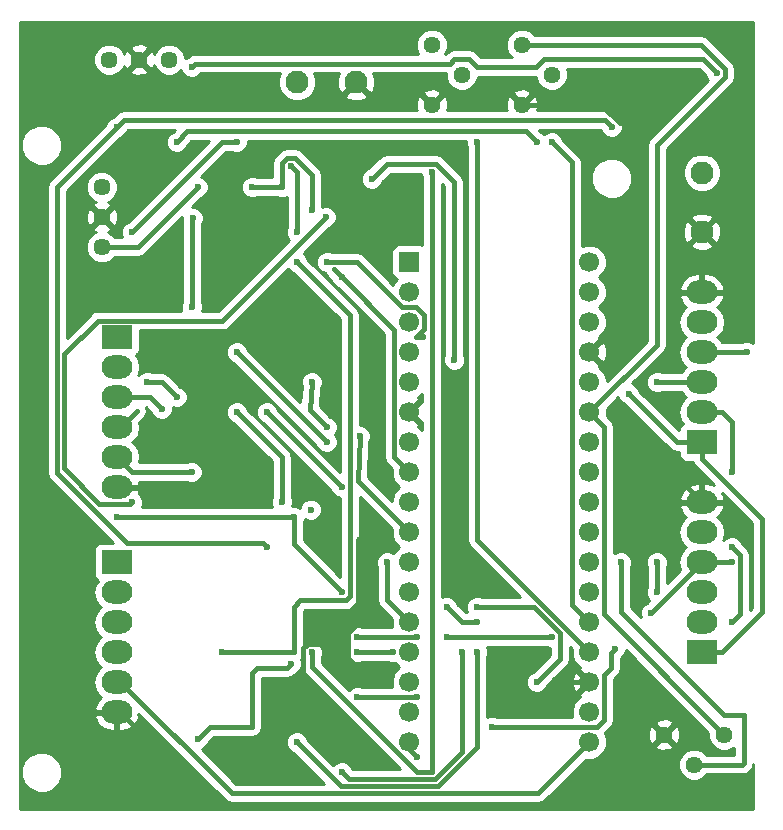
<source format=gbr>
G04 #@! TF.FileFunction,Copper,L2,Bot,Signal*
%FSLAX46Y46*%
G04 Gerber Fmt 4.6, Leading zero omitted, Abs format (unit mm)*
G04 Created by KiCad (PCBNEW 4.0.7) date 05/29/18 17:36:31*
%MOMM*%
%LPD*%
G01*
G04 APERTURE LIST*
%ADD10C,0.100000*%
%ADD11C,1.700000*%
%ADD12R,1.700000X1.700000*%
%ADD13R,2.600000X2.000000*%
%ADD14O,2.600000X2.000000*%
%ADD15C,1.950000*%
%ADD16C,1.440000*%
%ADD17C,1.450000*%
%ADD18C,0.600000*%
%ADD19C,0.400000*%
%ADD20C,0.254000*%
G04 APERTURE END LIST*
D10*
D11*
X132715000Y-107950000D03*
X132715000Y-110490000D03*
X132715000Y-113030000D03*
X132715000Y-115570000D03*
X132715000Y-118110000D03*
X132715000Y-120650000D03*
X132715000Y-123190000D03*
X132715000Y-125730000D03*
X132715000Y-128270000D03*
X132715000Y-130810000D03*
X132715000Y-133350000D03*
X132715000Y-135890000D03*
X132715000Y-138430000D03*
X132715000Y-140970000D03*
X132715000Y-143510000D03*
X132715000Y-146050000D03*
X132715000Y-148590000D03*
D12*
X117459000Y-107950000D03*
D11*
X117459000Y-110490000D03*
X117459000Y-113030000D03*
X117459000Y-115570000D03*
X117459000Y-118110000D03*
X117459000Y-120650000D03*
X117459000Y-123190000D03*
X117459000Y-125730000D03*
X117459000Y-128270000D03*
X117459000Y-130810000D03*
X117459000Y-133350000D03*
X117459000Y-135890000D03*
X117459000Y-138430000D03*
X117459000Y-140970000D03*
X117459000Y-143510000D03*
X117459000Y-146050000D03*
X117459000Y-148590000D03*
D13*
X92710000Y-114300000D03*
D14*
X92710000Y-116840000D03*
X92710000Y-119380000D03*
X92710000Y-121920000D03*
X92710000Y-124460000D03*
X92710000Y-127000000D03*
D13*
X92710000Y-133350000D03*
D14*
X92710000Y-135890000D03*
X92710000Y-138430000D03*
X92710000Y-140970000D03*
X92710000Y-143510000D03*
X92710000Y-146050000D03*
D15*
X112990000Y-92710000D03*
X107990000Y-92710000D03*
D13*
X142240000Y-123190000D03*
D14*
X142240000Y-120650000D03*
X142240000Y-118110000D03*
X142240000Y-115570000D03*
X142240000Y-113030000D03*
X142240000Y-110490000D03*
D16*
X127000000Y-94615000D03*
X129540000Y-92075000D03*
X127000000Y-89535000D03*
X119380000Y-94615000D03*
X121920000Y-92075000D03*
X119380000Y-89535000D03*
D15*
X142240000Y-105370000D03*
X142240000Y-100370000D03*
D13*
X142240000Y-140970000D03*
D14*
X142240000Y-138430000D03*
X142240000Y-135890000D03*
X142240000Y-133350000D03*
X142240000Y-130810000D03*
X142240000Y-128270000D03*
D16*
X139065000Y-147955000D03*
X141605000Y-150495000D03*
X144145000Y-147955000D03*
D17*
X91440000Y-104140000D03*
X91440000Y-101600000D03*
X91440000Y-106680000D03*
X94615000Y-90805000D03*
X97155000Y-90805000D03*
X92075000Y-90805000D03*
D18*
X111760000Y-135890000D03*
X107689998Y-129540000D03*
X92710000Y-129540000D03*
X136398000Y-97282000D03*
X101092000Y-103886000D03*
X104087000Y-108458000D03*
X139446000Y-103124000D03*
X144780000Y-102870000D03*
X104140000Y-113792000D03*
X106680000Y-146304000D03*
X109982000Y-145796000D03*
X113284000Y-131445000D03*
X113030000Y-142240000D03*
X103505000Y-127000000D03*
X110490000Y-131445000D03*
X96520000Y-149225000D03*
X135890000Y-151130000D03*
X127635000Y-146050000D03*
X96520000Y-92710000D03*
X135890000Y-121920000D03*
X99144975Y-104224975D03*
X99060000Y-111760000D03*
X97790000Y-97790000D03*
X128270000Y-97790000D03*
X118110000Y-149860000D03*
X95250000Y-118110000D03*
X97790000Y-119380000D03*
X96520000Y-120396000D03*
X99060000Y-125730000D03*
X99568000Y-101600000D03*
X109140000Y-128905000D03*
X110490000Y-121920000D03*
X109220000Y-118110000D03*
X110490000Y-107950000D03*
X118618000Y-114300000D03*
X136067475Y-119126000D03*
X115600010Y-133350000D03*
X123190000Y-137160000D03*
X128270000Y-143510000D03*
X144780000Y-138430000D03*
X144780000Y-132080000D03*
X144780000Y-125730000D03*
X138430000Y-135890000D03*
X138430000Y-133350000D03*
X138430000Y-118110000D03*
X134874000Y-140716000D03*
X137922000Y-137668000D03*
X124460000Y-147320000D03*
X144780000Y-133350000D03*
X146050000Y-115570000D03*
X109220000Y-103505000D03*
X106680000Y-101600000D03*
X104140000Y-101600000D03*
X111760000Y-109220000D03*
X114300000Y-100900000D03*
X121285000Y-116205000D03*
X113284000Y-122682000D03*
X129540000Y-97790000D03*
X123190000Y-97790000D03*
X107442000Y-141986000D03*
X99568000Y-148336000D03*
X116108997Y-140970000D03*
X113030000Y-140970000D03*
X120650000Y-137160000D03*
X123190000Y-138430000D03*
X123190000Y-140970000D03*
X107950000Y-148590000D03*
X105410000Y-132080000D03*
X92710000Y-96520000D03*
X134620000Y-96520000D03*
X129540000Y-139700000D03*
X120650000Y-139700000D03*
X118110000Y-139700000D03*
X113030000Y-139700000D03*
X143510000Y-91925002D03*
X99060000Y-91440000D03*
X110490000Y-123190000D03*
X102870000Y-115570000D03*
X111760000Y-127000000D03*
X105410000Y-120650000D03*
X106680000Y-128270000D03*
X102870000Y-120650000D03*
X93980000Y-128270000D03*
X110409998Y-104140000D03*
X93980000Y-105410000D03*
X102870000Y-97790000D03*
X101600000Y-140970000D03*
X107950000Y-107950000D03*
X107950000Y-105410000D03*
X107442000Y-99822000D03*
X121920000Y-140970000D03*
X111760000Y-151130000D03*
X109220000Y-140970000D03*
X119380000Y-100330000D03*
X118110000Y-144780000D03*
X113030000Y-144780000D03*
X135382000Y-133350000D03*
D19*
X107689998Y-129540000D02*
X107689998Y-131819998D01*
X107689998Y-131819998D02*
X111760000Y-135890000D01*
X92710000Y-129540000D02*
X107689998Y-129540000D01*
X136398000Y-97282000D02*
X136398000Y-96857736D01*
X136398000Y-96857736D02*
X135724263Y-96183999D01*
X135724263Y-96183999D02*
X135320001Y-96183999D01*
X104087000Y-108458000D02*
X104087000Y-106881000D01*
X104087000Y-106881000D02*
X101092000Y-103886000D01*
X109982000Y-145796000D02*
X108519999Y-144333999D01*
X108519999Y-144333999D02*
X108519999Y-140633999D01*
X111059999Y-140269999D02*
X112730001Y-141940001D01*
X108519999Y-140633999D02*
X108883999Y-140269999D01*
X108883999Y-140269999D02*
X111059999Y-140269999D01*
X112730001Y-141940001D02*
X113030000Y-142240000D01*
X135320001Y-96183999D02*
X133751002Y-94615000D01*
X133751002Y-94615000D02*
X128018233Y-94615000D01*
X128018233Y-94615000D02*
X127000000Y-94615000D01*
X112268000Y-138938000D02*
X113284000Y-137922000D01*
X113284000Y-137922000D02*
X113284000Y-131445000D01*
X113030000Y-142240000D02*
X112268000Y-141478000D01*
X112268000Y-141478000D02*
X112268000Y-138938000D01*
X144780000Y-102870000D02*
X139700000Y-102870000D01*
X139700000Y-102870000D02*
X139446000Y-103124000D01*
X109982000Y-145796000D02*
X107188000Y-145796000D01*
X107188000Y-145796000D02*
X106680000Y-146304000D01*
X113030000Y-142240000D02*
X112329999Y-141539999D01*
X112329999Y-141539999D02*
X112329999Y-139363999D01*
X112329999Y-139363999D02*
X113160001Y-138533997D01*
X113160001Y-138533997D02*
X113160001Y-131445000D01*
X92710000Y-146050000D02*
X93010000Y-146050000D01*
X93010000Y-146050000D02*
X96185000Y-149225000D01*
X96185000Y-149225000D02*
X96520000Y-149225000D01*
X132715000Y-143510000D02*
X130175000Y-143510000D01*
X130175000Y-143510000D02*
X127635000Y-146050000D01*
X94615000Y-90805000D02*
X96520000Y-92710000D01*
X142240000Y-128270000D02*
X135890000Y-121920000D01*
X127369999Y-96889999D02*
X128270000Y-97790000D01*
X99060000Y-111760000D02*
X99060000Y-104309950D01*
X99060000Y-104309950D02*
X99144975Y-104224975D01*
X97790000Y-97790000D02*
X98690001Y-96889999D01*
X98690001Y-96889999D02*
X127369999Y-96889999D01*
X117459000Y-148590000D02*
X117459000Y-149209000D01*
X117459000Y-149209000D02*
X118110000Y-149860000D01*
X132715000Y-148590000D02*
X128374972Y-152930028D01*
X128374972Y-152930028D02*
X102430028Y-152930028D01*
X102430028Y-152930028D02*
X93010000Y-143510000D01*
X93010000Y-143510000D02*
X92710000Y-143510000D01*
X97790000Y-119380000D02*
X96520000Y-118110000D01*
X96520000Y-118110000D02*
X95250000Y-118110000D01*
X93989975Y-119389975D02*
X93980000Y-119380000D01*
X96520000Y-120396000D02*
X95504000Y-119380000D01*
X95504000Y-119380000D02*
X92710000Y-119380000D01*
X93010000Y-121920000D02*
X92710000Y-121920000D01*
X94410010Y-120519990D02*
X93010000Y-121920000D01*
X99060000Y-125730000D02*
X93980000Y-125730000D01*
X93980000Y-125730000D02*
X92710000Y-124460000D01*
X142240000Y-123190000D02*
X140131475Y-123190000D01*
X140131475Y-123190000D02*
X136067475Y-119126000D01*
X142240000Y-123190000D02*
X142240000Y-124590000D01*
X94488000Y-106680000D02*
X91440000Y-106680000D01*
X99568000Y-101600000D02*
X94488000Y-106680000D01*
X109220000Y-118110000D02*
X109052525Y-120482525D01*
X109052525Y-120482525D02*
X110490000Y-121920000D01*
X118618000Y-114300000D02*
X118039002Y-114300000D01*
X118039002Y-114300000D02*
X118709001Y-113630001D01*
X118709001Y-113630001D02*
X118709001Y-112429999D01*
X118709001Y-112429999D02*
X118059001Y-111779999D01*
X118059001Y-111779999D02*
X116858999Y-111779999D01*
X116858999Y-111779999D02*
X113029000Y-107950000D01*
X113029000Y-107950000D02*
X110490000Y-107950000D01*
X147320000Y-137590000D02*
X147320000Y-129670000D01*
X147320000Y-129670000D02*
X142240000Y-124590000D01*
X142240000Y-140970000D02*
X143940000Y-140970000D01*
X143940000Y-140970000D02*
X147320000Y-137590000D01*
X115600010Y-133350000D02*
X115600010Y-136571010D01*
X115600010Y-136571010D02*
X117459000Y-138430000D01*
X128270000Y-143510000D02*
X130240001Y-141539999D01*
X130240001Y-141539999D02*
X130240001Y-139363999D01*
X130240001Y-139363999D02*
X128036002Y-137160000D01*
X128036002Y-137160000D02*
X123190000Y-137160000D01*
X144780000Y-132080000D02*
X145480001Y-132780001D01*
X145480001Y-132780001D02*
X145480001Y-137729999D01*
X145480001Y-137729999D02*
X144780000Y-138430000D01*
X142240000Y-120650000D02*
X143940000Y-120650000D01*
X143940000Y-120650000D02*
X144780000Y-121490000D01*
X144780000Y-121490000D02*
X144780000Y-125730000D01*
X138430000Y-133350000D02*
X138430000Y-135890000D01*
X142240000Y-118110000D02*
X138430000Y-118110000D01*
X134874000Y-140716000D02*
X134574001Y-141015999D01*
X134574001Y-141015999D02*
X134574001Y-142285999D01*
X134574001Y-142285999D02*
X133965001Y-142894999D01*
X142240000Y-133350000D02*
X137922000Y-137668000D01*
X133335000Y-147320000D02*
X124460000Y-147320000D01*
X133965001Y-142894999D02*
X133965001Y-146689999D01*
X133965001Y-146689999D02*
X133335000Y-147320000D01*
X144780000Y-133350000D02*
X142240000Y-133350000D01*
X142240000Y-115570000D02*
X146050000Y-115570000D01*
X109220000Y-103505000D02*
X109220000Y-100563998D01*
X109220000Y-100563998D02*
X107778001Y-99121999D01*
X107778001Y-99121999D02*
X107105999Y-99121999D01*
X107105999Y-99121999D02*
X106680000Y-99547998D01*
X106680000Y-99547998D02*
X106680000Y-101175736D01*
X106680000Y-101175736D02*
X106680000Y-101600000D01*
X104140000Y-101600000D02*
X106680000Y-101600000D01*
X111760000Y-109220000D02*
X116208999Y-113668999D01*
X116208999Y-113668999D02*
X116208999Y-124479999D01*
X116208999Y-124479999D02*
X116609001Y-124880001D01*
X116609001Y-124880001D02*
X117459000Y-125730000D01*
X111110000Y-108570000D02*
X111760000Y-109220000D01*
X121285000Y-116205000D02*
X121285000Y-101198998D01*
X121285000Y-101198998D02*
X119716001Y-99629999D01*
X119716001Y-99629999D02*
X115570001Y-99629999D01*
X115570001Y-99629999D02*
X114300000Y-100900000D01*
X113284000Y-122682000D02*
X113160001Y-126511001D01*
X113160001Y-126511001D02*
X117459000Y-130810000D01*
X129540000Y-97790000D02*
X131264999Y-99514999D01*
X131264999Y-99514999D02*
X131264999Y-136979999D01*
X131264999Y-136979999D02*
X131865001Y-137580001D01*
X131865001Y-137580001D02*
X132715000Y-138430000D01*
X132715000Y-120650000D02*
X138430000Y-114935000D01*
X142156000Y-89535000D02*
X128018233Y-89535000D01*
X138430000Y-114935000D02*
X138430000Y-98041004D01*
X144210001Y-92261003D02*
X144210001Y-91589001D01*
X138430000Y-98041004D02*
X144210001Y-92261003D01*
X144210001Y-91589001D02*
X142156000Y-89535000D01*
X128018233Y-89535000D02*
X127000000Y-89535000D01*
X144145000Y-147955000D02*
X133965001Y-137775001D01*
X133564999Y-121499999D02*
X132715000Y-120650000D01*
X133965001Y-137775001D02*
X133965001Y-121900001D01*
X133965001Y-121900001D02*
X133564999Y-121499999D01*
X123190000Y-97790000D02*
X123190000Y-131445000D01*
X123190000Y-131445000D02*
X132715000Y-140970000D01*
X104602001Y-142285999D02*
X104140000Y-142748000D01*
X104140000Y-142748000D02*
X104140000Y-147320000D01*
X107442000Y-141986000D02*
X107142001Y-142285999D01*
X107142001Y-142285999D02*
X104602001Y-142285999D01*
X104140000Y-147320000D02*
X100584000Y-147320000D01*
X100584000Y-147320000D02*
X99568000Y-148336000D01*
X113030000Y-140970000D02*
X116108997Y-140970000D01*
X123190000Y-138430000D02*
X121920000Y-138430000D01*
X121920000Y-138430000D02*
X120650000Y-137160000D01*
X107950000Y-148590000D02*
X111690019Y-152330019D01*
X111690019Y-152330019D02*
X119877065Y-152330019D01*
X119877065Y-152330019D02*
X123190000Y-149017084D01*
X123190000Y-149017084D02*
X123190000Y-140970000D01*
X92710000Y-96520000D02*
X87630000Y-101600000D01*
X87630000Y-125792002D02*
X93587997Y-131749999D01*
X87630000Y-101600000D02*
X87630000Y-125792002D01*
X93587997Y-131749999D02*
X105079999Y-131749999D01*
X105079999Y-131749999D02*
X105410000Y-132080000D01*
X93294999Y-95935001D02*
X92710000Y-96520000D01*
X134620000Y-96520000D02*
X134035001Y-95935001D01*
X134035001Y-95935001D02*
X93294999Y-95935001D01*
X120650000Y-139700000D02*
X129540000Y-139700000D01*
X113030000Y-139700000D02*
X118110000Y-139700000D01*
X99060000Y-91440000D02*
X99365001Y-91134999D01*
X99365001Y-91134999D02*
X120906399Y-91134999D01*
X120906399Y-91134999D02*
X121286399Y-90754999D01*
X121286399Y-90754999D02*
X122553601Y-90754999D01*
X123240001Y-91441399D02*
X128219999Y-91441399D01*
X122553601Y-90754999D02*
X123240001Y-91441399D01*
X128219999Y-91441399D02*
X128906399Y-90754999D01*
X128906399Y-90754999D02*
X142339997Y-90754999D01*
X142339997Y-90754999D02*
X143510000Y-91925002D01*
X102870000Y-115570000D02*
X110490000Y-123190000D01*
X105410000Y-120650000D02*
X111760000Y-127000000D01*
X102870000Y-120650000D02*
X106680000Y-124460000D01*
X106680000Y-124460000D02*
X106680000Y-128270000D01*
X88230010Y-115759988D02*
X88230010Y-125402062D01*
X88230010Y-125402062D02*
X91227958Y-128400010D01*
X91227958Y-128400010D02*
X93849990Y-128400010D01*
X93849990Y-128400010D02*
X93980000Y-128270000D01*
X110409998Y-104140000D02*
X101649999Y-112899999D01*
X101649999Y-112899999D02*
X91089999Y-112899999D01*
X91089999Y-112899999D02*
X88230010Y-115759988D01*
X102870000Y-97790000D02*
X101600000Y-97790000D01*
X101600000Y-97790000D02*
X93980000Y-105410000D01*
X108265999Y-136590001D02*
X107716002Y-137139998D01*
X107716002Y-137139998D02*
X107716002Y-140970000D01*
X112460001Y-136226001D02*
X112096001Y-136590001D01*
X112096001Y-136590001D02*
X108265999Y-136590001D01*
X107950000Y-100330000D02*
X107442000Y-99822000D01*
X107950000Y-107950000D02*
X112460001Y-112460001D01*
X112460001Y-112460001D02*
X112460001Y-136226001D01*
X107716002Y-140970000D02*
X101600000Y-140970000D01*
X107950000Y-100330000D02*
X107950000Y-105410000D01*
X111760000Y-151130000D02*
X112360010Y-151730010D01*
X112360010Y-151730010D02*
X119628532Y-151730010D01*
X119628532Y-151730010D02*
X121920000Y-149438542D01*
X121920000Y-149438542D02*
X121920000Y-140970000D01*
X119380000Y-151130000D02*
X118148998Y-151130000D01*
X118148998Y-151130000D02*
X109220000Y-142201002D01*
X109220000Y-142201002D02*
X109220000Y-140970000D01*
X119380000Y-148519002D02*
X119380000Y-151130000D01*
X119380000Y-100330000D02*
X119380000Y-148519002D01*
X113030000Y-144780000D02*
X118110000Y-144780000D01*
X145796000Y-150368000D02*
X145669000Y-150495000D01*
X145669000Y-150495000D02*
X141605000Y-150495000D01*
X145796000Y-146304000D02*
X145796000Y-150368000D01*
X144151602Y-146304000D02*
X145796000Y-146304000D01*
X135382000Y-133350000D02*
X135382000Y-137534398D01*
X135382000Y-137534398D02*
X144151602Y-146304000D01*
D20*
G36*
X146610000Y-114807533D02*
X146580327Y-114777808D01*
X146236799Y-114635162D01*
X145864833Y-114634838D01*
X145622422Y-114735000D01*
X143948594Y-114735000D01*
X143734029Y-114413880D01*
X143563595Y-114300000D01*
X143734029Y-114186120D01*
X144088452Y-113655687D01*
X144212909Y-113030000D01*
X144088452Y-112404313D01*
X143734029Y-111873880D01*
X143543812Y-111746781D01*
X143785922Y-111556317D01*
X144099144Y-110998355D01*
X144130124Y-110870434D01*
X144010777Y-110617000D01*
X142367000Y-110617000D01*
X142367000Y-110637000D01*
X142113000Y-110637000D01*
X142113000Y-110617000D01*
X140469223Y-110617000D01*
X140349876Y-110870434D01*
X140380856Y-110998355D01*
X140694078Y-111556317D01*
X140936188Y-111746781D01*
X140745971Y-111873880D01*
X140391548Y-112404313D01*
X140267091Y-113030000D01*
X140391548Y-113655687D01*
X140745971Y-114186120D01*
X140916405Y-114300000D01*
X140745971Y-114413880D01*
X140391548Y-114944313D01*
X140267091Y-115570000D01*
X140391548Y-116195687D01*
X140745971Y-116726120D01*
X140916405Y-116840000D01*
X140745971Y-116953880D01*
X140531406Y-117275000D01*
X138857234Y-117275000D01*
X138616799Y-117175162D01*
X138244833Y-117174838D01*
X137901057Y-117316883D01*
X137637808Y-117579673D01*
X137495162Y-117923201D01*
X137494838Y-118295167D01*
X137636883Y-118638943D01*
X137899673Y-118902192D01*
X138243201Y-119044838D01*
X138615167Y-119045162D01*
X138857578Y-118945000D01*
X140531406Y-118945000D01*
X140745971Y-119266120D01*
X140916405Y-119380000D01*
X140745971Y-119493880D01*
X140391548Y-120024313D01*
X140267091Y-120650000D01*
X140391548Y-121275687D01*
X140631093Y-121634192D01*
X140488559Y-121725910D01*
X140343569Y-121938110D01*
X140295892Y-122173549D01*
X136960010Y-118837667D01*
X136860592Y-118597057D01*
X136597802Y-118333808D01*
X136325239Y-118220629D01*
X139020435Y-115525434D01*
X139201440Y-115254540D01*
X139265000Y-114935000D01*
X139265000Y-110109566D01*
X140349876Y-110109566D01*
X140469223Y-110363000D01*
X142113000Y-110363000D01*
X142113000Y-108855000D01*
X142367000Y-108855000D01*
X142367000Y-110363000D01*
X144010777Y-110363000D01*
X144130124Y-110109566D01*
X144099144Y-109981645D01*
X143785922Y-109423683D01*
X143283020Y-109028058D01*
X142667000Y-108855000D01*
X142367000Y-108855000D01*
X142113000Y-108855000D01*
X141813000Y-108855000D01*
X141196980Y-109028058D01*
X140694078Y-109423683D01*
X140380856Y-109981645D01*
X140349876Y-110109566D01*
X139265000Y-110109566D01*
X139265000Y-106504442D01*
X141285163Y-106504442D01*
X141380763Y-106768704D01*
X141981429Y-106991049D01*
X142621461Y-106966605D01*
X143099237Y-106768704D01*
X143194837Y-106504442D01*
X142240000Y-105549605D01*
X141285163Y-106504442D01*
X139265000Y-106504442D01*
X139265000Y-105111429D01*
X140618951Y-105111429D01*
X140643395Y-105751461D01*
X140841296Y-106229237D01*
X141105558Y-106324837D01*
X142060395Y-105370000D01*
X142419605Y-105370000D01*
X143374442Y-106324837D01*
X143638704Y-106229237D01*
X143861049Y-105628571D01*
X143836605Y-104988539D01*
X143638704Y-104510763D01*
X143374442Y-104415163D01*
X142419605Y-105370000D01*
X142060395Y-105370000D01*
X141105558Y-104415163D01*
X140841296Y-104510763D01*
X140618951Y-105111429D01*
X139265000Y-105111429D01*
X139265000Y-104235558D01*
X141285163Y-104235558D01*
X142240000Y-105190395D01*
X143194837Y-104235558D01*
X143099237Y-103971296D01*
X142498571Y-103748951D01*
X141858539Y-103773395D01*
X141380763Y-103971296D01*
X141285163Y-104235558D01*
X139265000Y-104235558D01*
X139265000Y-100688844D01*
X140629721Y-100688844D01*
X140874312Y-101280800D01*
X141326817Y-101734096D01*
X141918346Y-101979720D01*
X142558844Y-101980279D01*
X143150800Y-101735688D01*
X143604096Y-101283183D01*
X143849720Y-100691654D01*
X143850279Y-100051156D01*
X143605688Y-99459200D01*
X143153183Y-99005904D01*
X142561654Y-98760280D01*
X141921156Y-98759721D01*
X141329200Y-99004312D01*
X140875904Y-99456817D01*
X140630280Y-100048346D01*
X140629721Y-100688844D01*
X139265000Y-100688844D01*
X139265000Y-98386872D01*
X144800435Y-92851437D01*
X144904000Y-92696441D01*
X144981440Y-92580544D01*
X145045001Y-92261003D01*
X145045001Y-91589001D01*
X144981440Y-91269460D01*
X144800435Y-90998567D01*
X142746434Y-88944566D01*
X142475541Y-88763561D01*
X142156000Y-88700000D01*
X128081045Y-88700000D01*
X127768548Y-88386957D01*
X127270709Y-88180236D01*
X126731656Y-88179765D01*
X126233457Y-88385617D01*
X125851957Y-88766452D01*
X125645236Y-89264291D01*
X125644765Y-89803344D01*
X125850617Y-90301543D01*
X126154942Y-90606399D01*
X123585869Y-90606399D01*
X123144035Y-90164565D01*
X123085471Y-90125434D01*
X122873142Y-89983560D01*
X122553601Y-89919999D01*
X121286399Y-89919999D01*
X120966858Y-89983560D01*
X120754529Y-90125434D01*
X120695965Y-90164565D01*
X120560531Y-90299999D01*
X120529517Y-90299999D01*
X120734764Y-89805709D01*
X120735235Y-89266656D01*
X120529383Y-88768457D01*
X120148548Y-88386957D01*
X119650709Y-88180236D01*
X119111656Y-88179765D01*
X118613457Y-88385617D01*
X118231957Y-88766452D01*
X118025236Y-89264291D01*
X118024765Y-89803344D01*
X118229979Y-90299999D01*
X99365001Y-90299999D01*
X99045461Y-90363559D01*
X98774567Y-90544565D01*
X98771667Y-90547465D01*
X98531057Y-90646883D01*
X98515125Y-90662787D01*
X98515236Y-90535666D01*
X98308624Y-90035628D01*
X97926384Y-89652720D01*
X97426708Y-89445237D01*
X96885666Y-89444764D01*
X96385628Y-89651376D01*
X96002720Y-90033616D01*
X95891654Y-90301092D01*
X95806753Y-90096122D01*
X95568398Y-90031207D01*
X94794605Y-90805000D01*
X95568398Y-91578793D01*
X95806753Y-91513878D01*
X95885025Y-91292783D01*
X96001376Y-91574372D01*
X96383616Y-91957280D01*
X96883292Y-92164763D01*
X97424334Y-92165236D01*
X97924372Y-91958624D01*
X98163844Y-91719570D01*
X98266883Y-91968943D01*
X98529673Y-92232192D01*
X98873201Y-92374838D01*
X99245167Y-92375162D01*
X99588943Y-92233117D01*
X99852192Y-91970327D01*
X99852328Y-91969999D01*
X106553993Y-91969999D01*
X106380280Y-92388346D01*
X106379721Y-93028844D01*
X106624312Y-93620800D01*
X107076817Y-94074096D01*
X107668346Y-94319720D01*
X108308844Y-94320279D01*
X108900800Y-94075688D01*
X109132450Y-93844442D01*
X112035163Y-93844442D01*
X112130763Y-94108704D01*
X112731429Y-94331049D01*
X113371461Y-94306605D01*
X113849237Y-94108704D01*
X113944837Y-93844442D01*
X113765621Y-93665226D01*
X118609831Y-93665226D01*
X119380000Y-94435395D01*
X120150169Y-93665226D01*
X126229831Y-93665226D01*
X127000000Y-94435395D01*
X127770169Y-93665226D01*
X127705869Y-93427389D01*
X127197658Y-93247667D01*
X126659356Y-93276108D01*
X126294131Y-93427389D01*
X126229831Y-93665226D01*
X120150169Y-93665226D01*
X120085869Y-93427389D01*
X119577658Y-93247667D01*
X119039356Y-93276108D01*
X118674131Y-93427389D01*
X118609831Y-93665226D01*
X113765621Y-93665226D01*
X112990000Y-92889605D01*
X112035163Y-93844442D01*
X109132450Y-93844442D01*
X109354096Y-93623183D01*
X109599720Y-93031654D01*
X109600279Y-92391156D01*
X109426261Y-91969999D01*
X111547159Y-91969999D01*
X111368951Y-92451429D01*
X111393395Y-93091461D01*
X111591296Y-93569237D01*
X111855558Y-93664837D01*
X112810395Y-92710000D01*
X112796253Y-92695858D01*
X112975858Y-92516253D01*
X112990000Y-92530395D01*
X113004143Y-92516253D01*
X113183748Y-92695858D01*
X113169605Y-92710000D01*
X114124442Y-93664837D01*
X114388704Y-93569237D01*
X114611049Y-92968571D01*
X114586605Y-92328539D01*
X114438093Y-91969999D01*
X120565091Y-91969999D01*
X120564765Y-92343344D01*
X120770617Y-92841543D01*
X121151452Y-93223043D01*
X121649291Y-93429764D01*
X122188344Y-93430235D01*
X122686543Y-93224383D01*
X123068043Y-92843548D01*
X123274764Y-92345709D01*
X123274825Y-92276399D01*
X128184823Y-92276399D01*
X128184765Y-92343344D01*
X128390617Y-92841543D01*
X128771452Y-93223043D01*
X129269291Y-93429764D01*
X129808344Y-93430235D01*
X130306543Y-93224383D01*
X130688043Y-92843548D01*
X130894764Y-92345709D01*
X130895235Y-91806656D01*
X130805714Y-91589999D01*
X141994129Y-91589999D01*
X142617465Y-92213335D01*
X142716883Y-92453945D01*
X142776485Y-92513651D01*
X137839566Y-97450570D01*
X137658561Y-97721463D01*
X137595000Y-98041004D01*
X137595000Y-114589131D01*
X134200110Y-117984021D01*
X134200257Y-117815911D01*
X133974656Y-117269914D01*
X133557283Y-116851812D01*
X133509688Y-116832049D01*
X133579353Y-116613958D01*
X132715000Y-115749605D01*
X132700858Y-115763748D01*
X132521253Y-115584143D01*
X132535395Y-115570000D01*
X132894605Y-115570000D01*
X133758958Y-116434353D01*
X134010259Y-116354080D01*
X134211718Y-115798721D01*
X134185315Y-115208542D01*
X134010259Y-114785920D01*
X133758958Y-114705647D01*
X132894605Y-115570000D01*
X132535395Y-115570000D01*
X132521253Y-115555858D01*
X132700858Y-115376253D01*
X132715000Y-115390395D01*
X133579353Y-114526042D01*
X133509819Y-114308360D01*
X133555086Y-114289656D01*
X133973188Y-113872283D01*
X134199742Y-113326681D01*
X134200257Y-112735911D01*
X133974656Y-112189914D01*
X133557283Y-111771812D01*
X133529443Y-111760252D01*
X133555086Y-111749656D01*
X133973188Y-111332283D01*
X134199742Y-110786681D01*
X134200257Y-110195911D01*
X133974656Y-109649914D01*
X133557283Y-109231812D01*
X133529443Y-109220252D01*
X133555086Y-109209656D01*
X133973188Y-108792283D01*
X134199742Y-108246681D01*
X134200257Y-107655911D01*
X133974656Y-107109914D01*
X133557283Y-106691812D01*
X133011681Y-106465258D01*
X132420911Y-106464743D01*
X132099999Y-106597341D01*
X132099999Y-101181599D01*
X132884699Y-101181599D01*
X133148281Y-101819515D01*
X133635918Y-102308004D01*
X134273373Y-102572699D01*
X134963599Y-102573301D01*
X135601515Y-102309719D01*
X136090004Y-101822082D01*
X136354699Y-101184627D01*
X136355301Y-100494401D01*
X136091719Y-99856485D01*
X135604082Y-99367996D01*
X134966627Y-99103301D01*
X134276401Y-99102699D01*
X133638485Y-99366281D01*
X133149996Y-99853918D01*
X132885301Y-100491373D01*
X132884699Y-101181599D01*
X132099999Y-101181599D01*
X132099999Y-99514999D01*
X132036438Y-99195458D01*
X131855433Y-98924565D01*
X130432535Y-97501667D01*
X130333117Y-97261057D01*
X130070327Y-96997808D01*
X129726799Y-96855162D01*
X129354833Y-96854838D01*
X129011057Y-96996883D01*
X128905046Y-97102710D01*
X128800327Y-96997808D01*
X128558090Y-96897222D01*
X128430869Y-96770001D01*
X133689133Y-96770001D01*
X133727466Y-96808334D01*
X133826883Y-97048943D01*
X134089673Y-97312192D01*
X134433201Y-97454838D01*
X134805167Y-97455162D01*
X135148943Y-97313117D01*
X135412192Y-97050327D01*
X135554838Y-96706799D01*
X135555162Y-96334833D01*
X135413117Y-95991057D01*
X135150327Y-95727808D01*
X134908091Y-95627222D01*
X134625435Y-95344567D01*
X134589968Y-95320869D01*
X134354542Y-95163562D01*
X134035001Y-95100001D01*
X128265718Y-95100001D01*
X128367333Y-94812658D01*
X128338892Y-94274356D01*
X128187611Y-93909131D01*
X127949774Y-93844831D01*
X127179605Y-94615000D01*
X127193748Y-94629143D01*
X127014143Y-94808748D01*
X127000000Y-94794605D01*
X126985858Y-94808748D01*
X126806253Y-94629143D01*
X126820395Y-94615000D01*
X126050226Y-93844831D01*
X125812389Y-93909131D01*
X125632667Y-94417342D01*
X125661108Y-94955644D01*
X125720903Y-95100001D01*
X120645718Y-95100001D01*
X120747333Y-94812658D01*
X120718892Y-94274356D01*
X120567611Y-93909131D01*
X120329774Y-93844831D01*
X119559605Y-94615000D01*
X119573748Y-94629143D01*
X119394143Y-94808748D01*
X119380000Y-94794605D01*
X119365858Y-94808748D01*
X119186253Y-94629143D01*
X119200395Y-94615000D01*
X118430226Y-93844831D01*
X118192389Y-93909131D01*
X118012667Y-94417342D01*
X118041108Y-94955644D01*
X118100903Y-95100001D01*
X93294999Y-95100001D01*
X92975459Y-95163561D01*
X92704565Y-95344566D01*
X92421666Y-95627466D01*
X92181057Y-95726883D01*
X91917808Y-95989673D01*
X91817222Y-96231910D01*
X87039566Y-101009566D01*
X86858561Y-101280459D01*
X86795000Y-101600000D01*
X86795000Y-125792002D01*
X86858561Y-126111543D01*
X86998138Y-126320434D01*
X87039566Y-126382436D01*
X92359690Y-131702560D01*
X91410000Y-131702560D01*
X91174683Y-131746838D01*
X90958559Y-131885910D01*
X90813569Y-132098110D01*
X90762560Y-132350000D01*
X90762560Y-134350000D01*
X90806838Y-134585317D01*
X90945910Y-134801441D01*
X91100329Y-134906951D01*
X90861548Y-135264313D01*
X90737091Y-135890000D01*
X90861548Y-136515687D01*
X91215971Y-137046120D01*
X91386405Y-137160000D01*
X91215971Y-137273880D01*
X90861548Y-137804313D01*
X90737091Y-138430000D01*
X90861548Y-139055687D01*
X91215971Y-139586120D01*
X91386405Y-139700000D01*
X91215971Y-139813880D01*
X90861548Y-140344313D01*
X90737091Y-140970000D01*
X90861548Y-141595687D01*
X91215971Y-142126120D01*
X91386405Y-142240000D01*
X91215971Y-142353880D01*
X90861548Y-142884313D01*
X90737091Y-143510000D01*
X90861548Y-144135687D01*
X91215971Y-144666120D01*
X91406188Y-144793219D01*
X91164078Y-144983683D01*
X90850856Y-145541645D01*
X90819876Y-145669566D01*
X90939223Y-145923000D01*
X92583000Y-145923000D01*
X92583000Y-145903000D01*
X92837000Y-145903000D01*
X92837000Y-145923000D01*
X92857000Y-145923000D01*
X92857000Y-146177000D01*
X92837000Y-146177000D01*
X92837000Y-147685000D01*
X93137000Y-147685000D01*
X93753020Y-147511942D01*
X94255922Y-147116317D01*
X94569144Y-146558355D01*
X94600124Y-146430434D01*
X94480778Y-146177002D01*
X94496134Y-146177002D01*
X101839594Y-153520462D01*
X102110487Y-153701467D01*
X102430028Y-153765028D01*
X128374972Y-153765028D01*
X128694513Y-153701467D01*
X128965406Y-153520462D01*
X132413236Y-150072632D01*
X132418319Y-150074742D01*
X133009089Y-150075257D01*
X133555086Y-149849656D01*
X133973188Y-149432283D01*
X134192229Y-148904774D01*
X138294831Y-148904774D01*
X138359131Y-149142611D01*
X138867342Y-149322333D01*
X139405644Y-149293892D01*
X139770869Y-149142611D01*
X139835169Y-148904774D01*
X139065000Y-148134605D01*
X138294831Y-148904774D01*
X134192229Y-148904774D01*
X134199742Y-148886681D01*
X134200257Y-148295911D01*
X134007197Y-147828671D01*
X134078526Y-147757342D01*
X137697667Y-147757342D01*
X137726108Y-148295644D01*
X137877389Y-148660869D01*
X138115226Y-148725169D01*
X138885395Y-147955000D01*
X139244605Y-147955000D01*
X140014774Y-148725169D01*
X140252611Y-148660869D01*
X140432333Y-148152658D01*
X140403892Y-147614356D01*
X140252611Y-147249131D01*
X140014774Y-147184831D01*
X139244605Y-147955000D01*
X138885395Y-147955000D01*
X138115226Y-147184831D01*
X137877389Y-147249131D01*
X137697667Y-147757342D01*
X134078526Y-147757342D01*
X134555435Y-147280433D01*
X134619314Y-147184831D01*
X134736440Y-147009540D01*
X134737298Y-147005226D01*
X138294831Y-147005226D01*
X139065000Y-147775395D01*
X139835169Y-147005226D01*
X139770869Y-146767389D01*
X139262658Y-146587667D01*
X138724356Y-146616108D01*
X138359131Y-146767389D01*
X138294831Y-147005226D01*
X134737298Y-147005226D01*
X134800001Y-146689999D01*
X134800001Y-143240867D01*
X135164435Y-142876433D01*
X135221228Y-142791436D01*
X135345440Y-142605540D01*
X135409001Y-142285999D01*
X135409001Y-141503070D01*
X135666192Y-141246327D01*
X135808838Y-140902799D01*
X135808928Y-140799796D01*
X142790151Y-147781019D01*
X142789765Y-148223344D01*
X142995617Y-148721543D01*
X143376452Y-149103043D01*
X143874291Y-149309764D01*
X144413344Y-149310235D01*
X144911543Y-149104383D01*
X144961000Y-149055012D01*
X144961000Y-149660000D01*
X142686045Y-149660000D01*
X142373548Y-149346957D01*
X141875709Y-149140236D01*
X141336656Y-149139765D01*
X140838457Y-149345617D01*
X140456957Y-149726452D01*
X140250236Y-150224291D01*
X140249765Y-150763344D01*
X140455617Y-151261543D01*
X140836452Y-151643043D01*
X141334291Y-151849764D01*
X141873344Y-151850235D01*
X142371543Y-151644383D01*
X142686475Y-151330000D01*
X145669000Y-151330000D01*
X145988541Y-151266439D01*
X146259434Y-151085434D01*
X146386434Y-150958434D01*
X146396612Y-150943201D01*
X146567439Y-150687541D01*
X146610000Y-150473574D01*
X146610000Y-154230000D01*
X84530000Y-154230000D01*
X84530000Y-151473599D01*
X84624699Y-151473599D01*
X84888281Y-152111515D01*
X85375918Y-152600004D01*
X86013373Y-152864699D01*
X86703599Y-152865301D01*
X87341515Y-152601719D01*
X87830004Y-152114082D01*
X88094699Y-151476627D01*
X88095301Y-150786401D01*
X87831719Y-150148485D01*
X87344082Y-149659996D01*
X86706627Y-149395301D01*
X86016401Y-149394699D01*
X85378485Y-149658281D01*
X84889996Y-150145918D01*
X84625301Y-150783373D01*
X84624699Y-151473599D01*
X84530000Y-151473599D01*
X84530000Y-146430434D01*
X90819876Y-146430434D01*
X90850856Y-146558355D01*
X91164078Y-147116317D01*
X91666980Y-147511942D01*
X92283000Y-147685000D01*
X92583000Y-147685000D01*
X92583000Y-146177000D01*
X90939223Y-146177000D01*
X90819876Y-146430434D01*
X84530000Y-146430434D01*
X84530000Y-98387599D01*
X84624699Y-98387599D01*
X84888281Y-99025515D01*
X85375918Y-99514004D01*
X86013373Y-99778699D01*
X86703599Y-99779301D01*
X87341515Y-99515719D01*
X87830004Y-99028082D01*
X88094699Y-98390627D01*
X88095301Y-97700401D01*
X87831719Y-97062485D01*
X87344082Y-96573996D01*
X86706627Y-96309301D01*
X86016401Y-96308699D01*
X85378485Y-96572281D01*
X84889996Y-97059918D01*
X84625301Y-97697373D01*
X84624699Y-98387599D01*
X84530000Y-98387599D01*
X84530000Y-91074334D01*
X90714764Y-91074334D01*
X90921376Y-91574372D01*
X91303616Y-91957280D01*
X91803292Y-92164763D01*
X92344334Y-92165236D01*
X92844372Y-91958624D01*
X93044947Y-91758398D01*
X93841207Y-91758398D01*
X93906122Y-91996753D01*
X94416146Y-92177312D01*
X94956444Y-92148949D01*
X95323878Y-91996753D01*
X95388793Y-91758398D01*
X94615000Y-90984605D01*
X93841207Y-91758398D01*
X93044947Y-91758398D01*
X93227280Y-91576384D01*
X93338346Y-91308908D01*
X93423247Y-91513878D01*
X93661602Y-91578793D01*
X94435395Y-90805000D01*
X93661602Y-90031207D01*
X93423247Y-90096122D01*
X93344975Y-90317217D01*
X93228624Y-90035628D01*
X93044920Y-89851602D01*
X93841207Y-89851602D01*
X94615000Y-90625395D01*
X95388793Y-89851602D01*
X95323878Y-89613247D01*
X94813854Y-89432688D01*
X94273556Y-89461051D01*
X93906122Y-89613247D01*
X93841207Y-89851602D01*
X93044920Y-89851602D01*
X92846384Y-89652720D01*
X92346708Y-89445237D01*
X91805666Y-89444764D01*
X91305628Y-89651376D01*
X90922720Y-90033616D01*
X90715237Y-90533292D01*
X90714764Y-91074334D01*
X84530000Y-91074334D01*
X84530000Y-87578000D01*
X146610000Y-87578000D01*
X146610000Y-114807533D01*
X146610000Y-114807533D01*
G37*
X146610000Y-114807533D02*
X146580327Y-114777808D01*
X146236799Y-114635162D01*
X145864833Y-114634838D01*
X145622422Y-114735000D01*
X143948594Y-114735000D01*
X143734029Y-114413880D01*
X143563595Y-114300000D01*
X143734029Y-114186120D01*
X144088452Y-113655687D01*
X144212909Y-113030000D01*
X144088452Y-112404313D01*
X143734029Y-111873880D01*
X143543812Y-111746781D01*
X143785922Y-111556317D01*
X144099144Y-110998355D01*
X144130124Y-110870434D01*
X144010777Y-110617000D01*
X142367000Y-110617000D01*
X142367000Y-110637000D01*
X142113000Y-110637000D01*
X142113000Y-110617000D01*
X140469223Y-110617000D01*
X140349876Y-110870434D01*
X140380856Y-110998355D01*
X140694078Y-111556317D01*
X140936188Y-111746781D01*
X140745971Y-111873880D01*
X140391548Y-112404313D01*
X140267091Y-113030000D01*
X140391548Y-113655687D01*
X140745971Y-114186120D01*
X140916405Y-114300000D01*
X140745971Y-114413880D01*
X140391548Y-114944313D01*
X140267091Y-115570000D01*
X140391548Y-116195687D01*
X140745971Y-116726120D01*
X140916405Y-116840000D01*
X140745971Y-116953880D01*
X140531406Y-117275000D01*
X138857234Y-117275000D01*
X138616799Y-117175162D01*
X138244833Y-117174838D01*
X137901057Y-117316883D01*
X137637808Y-117579673D01*
X137495162Y-117923201D01*
X137494838Y-118295167D01*
X137636883Y-118638943D01*
X137899673Y-118902192D01*
X138243201Y-119044838D01*
X138615167Y-119045162D01*
X138857578Y-118945000D01*
X140531406Y-118945000D01*
X140745971Y-119266120D01*
X140916405Y-119380000D01*
X140745971Y-119493880D01*
X140391548Y-120024313D01*
X140267091Y-120650000D01*
X140391548Y-121275687D01*
X140631093Y-121634192D01*
X140488559Y-121725910D01*
X140343569Y-121938110D01*
X140295892Y-122173549D01*
X136960010Y-118837667D01*
X136860592Y-118597057D01*
X136597802Y-118333808D01*
X136325239Y-118220629D01*
X139020435Y-115525434D01*
X139201440Y-115254540D01*
X139265000Y-114935000D01*
X139265000Y-110109566D01*
X140349876Y-110109566D01*
X140469223Y-110363000D01*
X142113000Y-110363000D01*
X142113000Y-108855000D01*
X142367000Y-108855000D01*
X142367000Y-110363000D01*
X144010777Y-110363000D01*
X144130124Y-110109566D01*
X144099144Y-109981645D01*
X143785922Y-109423683D01*
X143283020Y-109028058D01*
X142667000Y-108855000D01*
X142367000Y-108855000D01*
X142113000Y-108855000D01*
X141813000Y-108855000D01*
X141196980Y-109028058D01*
X140694078Y-109423683D01*
X140380856Y-109981645D01*
X140349876Y-110109566D01*
X139265000Y-110109566D01*
X139265000Y-106504442D01*
X141285163Y-106504442D01*
X141380763Y-106768704D01*
X141981429Y-106991049D01*
X142621461Y-106966605D01*
X143099237Y-106768704D01*
X143194837Y-106504442D01*
X142240000Y-105549605D01*
X141285163Y-106504442D01*
X139265000Y-106504442D01*
X139265000Y-105111429D01*
X140618951Y-105111429D01*
X140643395Y-105751461D01*
X140841296Y-106229237D01*
X141105558Y-106324837D01*
X142060395Y-105370000D01*
X142419605Y-105370000D01*
X143374442Y-106324837D01*
X143638704Y-106229237D01*
X143861049Y-105628571D01*
X143836605Y-104988539D01*
X143638704Y-104510763D01*
X143374442Y-104415163D01*
X142419605Y-105370000D01*
X142060395Y-105370000D01*
X141105558Y-104415163D01*
X140841296Y-104510763D01*
X140618951Y-105111429D01*
X139265000Y-105111429D01*
X139265000Y-104235558D01*
X141285163Y-104235558D01*
X142240000Y-105190395D01*
X143194837Y-104235558D01*
X143099237Y-103971296D01*
X142498571Y-103748951D01*
X141858539Y-103773395D01*
X141380763Y-103971296D01*
X141285163Y-104235558D01*
X139265000Y-104235558D01*
X139265000Y-100688844D01*
X140629721Y-100688844D01*
X140874312Y-101280800D01*
X141326817Y-101734096D01*
X141918346Y-101979720D01*
X142558844Y-101980279D01*
X143150800Y-101735688D01*
X143604096Y-101283183D01*
X143849720Y-100691654D01*
X143850279Y-100051156D01*
X143605688Y-99459200D01*
X143153183Y-99005904D01*
X142561654Y-98760280D01*
X141921156Y-98759721D01*
X141329200Y-99004312D01*
X140875904Y-99456817D01*
X140630280Y-100048346D01*
X140629721Y-100688844D01*
X139265000Y-100688844D01*
X139265000Y-98386872D01*
X144800435Y-92851437D01*
X144904000Y-92696441D01*
X144981440Y-92580544D01*
X145045001Y-92261003D01*
X145045001Y-91589001D01*
X144981440Y-91269460D01*
X144800435Y-90998567D01*
X142746434Y-88944566D01*
X142475541Y-88763561D01*
X142156000Y-88700000D01*
X128081045Y-88700000D01*
X127768548Y-88386957D01*
X127270709Y-88180236D01*
X126731656Y-88179765D01*
X126233457Y-88385617D01*
X125851957Y-88766452D01*
X125645236Y-89264291D01*
X125644765Y-89803344D01*
X125850617Y-90301543D01*
X126154942Y-90606399D01*
X123585869Y-90606399D01*
X123144035Y-90164565D01*
X123085471Y-90125434D01*
X122873142Y-89983560D01*
X122553601Y-89919999D01*
X121286399Y-89919999D01*
X120966858Y-89983560D01*
X120754529Y-90125434D01*
X120695965Y-90164565D01*
X120560531Y-90299999D01*
X120529517Y-90299999D01*
X120734764Y-89805709D01*
X120735235Y-89266656D01*
X120529383Y-88768457D01*
X120148548Y-88386957D01*
X119650709Y-88180236D01*
X119111656Y-88179765D01*
X118613457Y-88385617D01*
X118231957Y-88766452D01*
X118025236Y-89264291D01*
X118024765Y-89803344D01*
X118229979Y-90299999D01*
X99365001Y-90299999D01*
X99045461Y-90363559D01*
X98774567Y-90544565D01*
X98771667Y-90547465D01*
X98531057Y-90646883D01*
X98515125Y-90662787D01*
X98515236Y-90535666D01*
X98308624Y-90035628D01*
X97926384Y-89652720D01*
X97426708Y-89445237D01*
X96885666Y-89444764D01*
X96385628Y-89651376D01*
X96002720Y-90033616D01*
X95891654Y-90301092D01*
X95806753Y-90096122D01*
X95568398Y-90031207D01*
X94794605Y-90805000D01*
X95568398Y-91578793D01*
X95806753Y-91513878D01*
X95885025Y-91292783D01*
X96001376Y-91574372D01*
X96383616Y-91957280D01*
X96883292Y-92164763D01*
X97424334Y-92165236D01*
X97924372Y-91958624D01*
X98163844Y-91719570D01*
X98266883Y-91968943D01*
X98529673Y-92232192D01*
X98873201Y-92374838D01*
X99245167Y-92375162D01*
X99588943Y-92233117D01*
X99852192Y-91970327D01*
X99852328Y-91969999D01*
X106553993Y-91969999D01*
X106380280Y-92388346D01*
X106379721Y-93028844D01*
X106624312Y-93620800D01*
X107076817Y-94074096D01*
X107668346Y-94319720D01*
X108308844Y-94320279D01*
X108900800Y-94075688D01*
X109132450Y-93844442D01*
X112035163Y-93844442D01*
X112130763Y-94108704D01*
X112731429Y-94331049D01*
X113371461Y-94306605D01*
X113849237Y-94108704D01*
X113944837Y-93844442D01*
X113765621Y-93665226D01*
X118609831Y-93665226D01*
X119380000Y-94435395D01*
X120150169Y-93665226D01*
X126229831Y-93665226D01*
X127000000Y-94435395D01*
X127770169Y-93665226D01*
X127705869Y-93427389D01*
X127197658Y-93247667D01*
X126659356Y-93276108D01*
X126294131Y-93427389D01*
X126229831Y-93665226D01*
X120150169Y-93665226D01*
X120085869Y-93427389D01*
X119577658Y-93247667D01*
X119039356Y-93276108D01*
X118674131Y-93427389D01*
X118609831Y-93665226D01*
X113765621Y-93665226D01*
X112990000Y-92889605D01*
X112035163Y-93844442D01*
X109132450Y-93844442D01*
X109354096Y-93623183D01*
X109599720Y-93031654D01*
X109600279Y-92391156D01*
X109426261Y-91969999D01*
X111547159Y-91969999D01*
X111368951Y-92451429D01*
X111393395Y-93091461D01*
X111591296Y-93569237D01*
X111855558Y-93664837D01*
X112810395Y-92710000D01*
X112796253Y-92695858D01*
X112975858Y-92516253D01*
X112990000Y-92530395D01*
X113004143Y-92516253D01*
X113183748Y-92695858D01*
X113169605Y-92710000D01*
X114124442Y-93664837D01*
X114388704Y-93569237D01*
X114611049Y-92968571D01*
X114586605Y-92328539D01*
X114438093Y-91969999D01*
X120565091Y-91969999D01*
X120564765Y-92343344D01*
X120770617Y-92841543D01*
X121151452Y-93223043D01*
X121649291Y-93429764D01*
X122188344Y-93430235D01*
X122686543Y-93224383D01*
X123068043Y-92843548D01*
X123274764Y-92345709D01*
X123274825Y-92276399D01*
X128184823Y-92276399D01*
X128184765Y-92343344D01*
X128390617Y-92841543D01*
X128771452Y-93223043D01*
X129269291Y-93429764D01*
X129808344Y-93430235D01*
X130306543Y-93224383D01*
X130688043Y-92843548D01*
X130894764Y-92345709D01*
X130895235Y-91806656D01*
X130805714Y-91589999D01*
X141994129Y-91589999D01*
X142617465Y-92213335D01*
X142716883Y-92453945D01*
X142776485Y-92513651D01*
X137839566Y-97450570D01*
X137658561Y-97721463D01*
X137595000Y-98041004D01*
X137595000Y-114589131D01*
X134200110Y-117984021D01*
X134200257Y-117815911D01*
X133974656Y-117269914D01*
X133557283Y-116851812D01*
X133509688Y-116832049D01*
X133579353Y-116613958D01*
X132715000Y-115749605D01*
X132700858Y-115763748D01*
X132521253Y-115584143D01*
X132535395Y-115570000D01*
X132894605Y-115570000D01*
X133758958Y-116434353D01*
X134010259Y-116354080D01*
X134211718Y-115798721D01*
X134185315Y-115208542D01*
X134010259Y-114785920D01*
X133758958Y-114705647D01*
X132894605Y-115570000D01*
X132535395Y-115570000D01*
X132521253Y-115555858D01*
X132700858Y-115376253D01*
X132715000Y-115390395D01*
X133579353Y-114526042D01*
X133509819Y-114308360D01*
X133555086Y-114289656D01*
X133973188Y-113872283D01*
X134199742Y-113326681D01*
X134200257Y-112735911D01*
X133974656Y-112189914D01*
X133557283Y-111771812D01*
X133529443Y-111760252D01*
X133555086Y-111749656D01*
X133973188Y-111332283D01*
X134199742Y-110786681D01*
X134200257Y-110195911D01*
X133974656Y-109649914D01*
X133557283Y-109231812D01*
X133529443Y-109220252D01*
X133555086Y-109209656D01*
X133973188Y-108792283D01*
X134199742Y-108246681D01*
X134200257Y-107655911D01*
X133974656Y-107109914D01*
X133557283Y-106691812D01*
X133011681Y-106465258D01*
X132420911Y-106464743D01*
X132099999Y-106597341D01*
X132099999Y-101181599D01*
X132884699Y-101181599D01*
X133148281Y-101819515D01*
X133635918Y-102308004D01*
X134273373Y-102572699D01*
X134963599Y-102573301D01*
X135601515Y-102309719D01*
X136090004Y-101822082D01*
X136354699Y-101184627D01*
X136355301Y-100494401D01*
X136091719Y-99856485D01*
X135604082Y-99367996D01*
X134966627Y-99103301D01*
X134276401Y-99102699D01*
X133638485Y-99366281D01*
X133149996Y-99853918D01*
X132885301Y-100491373D01*
X132884699Y-101181599D01*
X132099999Y-101181599D01*
X132099999Y-99514999D01*
X132036438Y-99195458D01*
X131855433Y-98924565D01*
X130432535Y-97501667D01*
X130333117Y-97261057D01*
X130070327Y-96997808D01*
X129726799Y-96855162D01*
X129354833Y-96854838D01*
X129011057Y-96996883D01*
X128905046Y-97102710D01*
X128800327Y-96997808D01*
X128558090Y-96897222D01*
X128430869Y-96770001D01*
X133689133Y-96770001D01*
X133727466Y-96808334D01*
X133826883Y-97048943D01*
X134089673Y-97312192D01*
X134433201Y-97454838D01*
X134805167Y-97455162D01*
X135148943Y-97313117D01*
X135412192Y-97050327D01*
X135554838Y-96706799D01*
X135555162Y-96334833D01*
X135413117Y-95991057D01*
X135150327Y-95727808D01*
X134908091Y-95627222D01*
X134625435Y-95344567D01*
X134589968Y-95320869D01*
X134354542Y-95163562D01*
X134035001Y-95100001D01*
X128265718Y-95100001D01*
X128367333Y-94812658D01*
X128338892Y-94274356D01*
X128187611Y-93909131D01*
X127949774Y-93844831D01*
X127179605Y-94615000D01*
X127193748Y-94629143D01*
X127014143Y-94808748D01*
X127000000Y-94794605D01*
X126985858Y-94808748D01*
X126806253Y-94629143D01*
X126820395Y-94615000D01*
X126050226Y-93844831D01*
X125812389Y-93909131D01*
X125632667Y-94417342D01*
X125661108Y-94955644D01*
X125720903Y-95100001D01*
X120645718Y-95100001D01*
X120747333Y-94812658D01*
X120718892Y-94274356D01*
X120567611Y-93909131D01*
X120329774Y-93844831D01*
X119559605Y-94615000D01*
X119573748Y-94629143D01*
X119394143Y-94808748D01*
X119380000Y-94794605D01*
X119365858Y-94808748D01*
X119186253Y-94629143D01*
X119200395Y-94615000D01*
X118430226Y-93844831D01*
X118192389Y-93909131D01*
X118012667Y-94417342D01*
X118041108Y-94955644D01*
X118100903Y-95100001D01*
X93294999Y-95100001D01*
X92975459Y-95163561D01*
X92704565Y-95344566D01*
X92421666Y-95627466D01*
X92181057Y-95726883D01*
X91917808Y-95989673D01*
X91817222Y-96231910D01*
X87039566Y-101009566D01*
X86858561Y-101280459D01*
X86795000Y-101600000D01*
X86795000Y-125792002D01*
X86858561Y-126111543D01*
X86998138Y-126320434D01*
X87039566Y-126382436D01*
X92359690Y-131702560D01*
X91410000Y-131702560D01*
X91174683Y-131746838D01*
X90958559Y-131885910D01*
X90813569Y-132098110D01*
X90762560Y-132350000D01*
X90762560Y-134350000D01*
X90806838Y-134585317D01*
X90945910Y-134801441D01*
X91100329Y-134906951D01*
X90861548Y-135264313D01*
X90737091Y-135890000D01*
X90861548Y-136515687D01*
X91215971Y-137046120D01*
X91386405Y-137160000D01*
X91215971Y-137273880D01*
X90861548Y-137804313D01*
X90737091Y-138430000D01*
X90861548Y-139055687D01*
X91215971Y-139586120D01*
X91386405Y-139700000D01*
X91215971Y-139813880D01*
X90861548Y-140344313D01*
X90737091Y-140970000D01*
X90861548Y-141595687D01*
X91215971Y-142126120D01*
X91386405Y-142240000D01*
X91215971Y-142353880D01*
X90861548Y-142884313D01*
X90737091Y-143510000D01*
X90861548Y-144135687D01*
X91215971Y-144666120D01*
X91406188Y-144793219D01*
X91164078Y-144983683D01*
X90850856Y-145541645D01*
X90819876Y-145669566D01*
X90939223Y-145923000D01*
X92583000Y-145923000D01*
X92583000Y-145903000D01*
X92837000Y-145903000D01*
X92837000Y-145923000D01*
X92857000Y-145923000D01*
X92857000Y-146177000D01*
X92837000Y-146177000D01*
X92837000Y-147685000D01*
X93137000Y-147685000D01*
X93753020Y-147511942D01*
X94255922Y-147116317D01*
X94569144Y-146558355D01*
X94600124Y-146430434D01*
X94480778Y-146177002D01*
X94496134Y-146177002D01*
X101839594Y-153520462D01*
X102110487Y-153701467D01*
X102430028Y-153765028D01*
X128374972Y-153765028D01*
X128694513Y-153701467D01*
X128965406Y-153520462D01*
X132413236Y-150072632D01*
X132418319Y-150074742D01*
X133009089Y-150075257D01*
X133555086Y-149849656D01*
X133973188Y-149432283D01*
X134192229Y-148904774D01*
X138294831Y-148904774D01*
X138359131Y-149142611D01*
X138867342Y-149322333D01*
X139405644Y-149293892D01*
X139770869Y-149142611D01*
X139835169Y-148904774D01*
X139065000Y-148134605D01*
X138294831Y-148904774D01*
X134192229Y-148904774D01*
X134199742Y-148886681D01*
X134200257Y-148295911D01*
X134007197Y-147828671D01*
X134078526Y-147757342D01*
X137697667Y-147757342D01*
X137726108Y-148295644D01*
X137877389Y-148660869D01*
X138115226Y-148725169D01*
X138885395Y-147955000D01*
X139244605Y-147955000D01*
X140014774Y-148725169D01*
X140252611Y-148660869D01*
X140432333Y-148152658D01*
X140403892Y-147614356D01*
X140252611Y-147249131D01*
X140014774Y-147184831D01*
X139244605Y-147955000D01*
X138885395Y-147955000D01*
X138115226Y-147184831D01*
X137877389Y-147249131D01*
X137697667Y-147757342D01*
X134078526Y-147757342D01*
X134555435Y-147280433D01*
X134619314Y-147184831D01*
X134736440Y-147009540D01*
X134737298Y-147005226D01*
X138294831Y-147005226D01*
X139065000Y-147775395D01*
X139835169Y-147005226D01*
X139770869Y-146767389D01*
X139262658Y-146587667D01*
X138724356Y-146616108D01*
X138359131Y-146767389D01*
X138294831Y-147005226D01*
X134737298Y-147005226D01*
X134800001Y-146689999D01*
X134800001Y-143240867D01*
X135164435Y-142876433D01*
X135221228Y-142791436D01*
X135345440Y-142605540D01*
X135409001Y-142285999D01*
X135409001Y-141503070D01*
X135666192Y-141246327D01*
X135808838Y-140902799D01*
X135808928Y-140799796D01*
X142790151Y-147781019D01*
X142789765Y-148223344D01*
X142995617Y-148721543D01*
X143376452Y-149103043D01*
X143874291Y-149309764D01*
X144413344Y-149310235D01*
X144911543Y-149104383D01*
X144961000Y-149055012D01*
X144961000Y-149660000D01*
X142686045Y-149660000D01*
X142373548Y-149346957D01*
X141875709Y-149140236D01*
X141336656Y-149139765D01*
X140838457Y-149345617D01*
X140456957Y-149726452D01*
X140250236Y-150224291D01*
X140249765Y-150763344D01*
X140455617Y-151261543D01*
X140836452Y-151643043D01*
X141334291Y-151849764D01*
X141873344Y-151850235D01*
X142371543Y-151644383D01*
X142686475Y-151330000D01*
X145669000Y-151330000D01*
X145988541Y-151266439D01*
X146259434Y-151085434D01*
X146386434Y-150958434D01*
X146396612Y-150943201D01*
X146567439Y-150687541D01*
X146610000Y-150473574D01*
X146610000Y-154230000D01*
X84530000Y-154230000D01*
X84530000Y-151473599D01*
X84624699Y-151473599D01*
X84888281Y-152111515D01*
X85375918Y-152600004D01*
X86013373Y-152864699D01*
X86703599Y-152865301D01*
X87341515Y-152601719D01*
X87830004Y-152114082D01*
X88094699Y-151476627D01*
X88095301Y-150786401D01*
X87831719Y-150148485D01*
X87344082Y-149659996D01*
X86706627Y-149395301D01*
X86016401Y-149394699D01*
X85378485Y-149658281D01*
X84889996Y-150145918D01*
X84625301Y-150783373D01*
X84624699Y-151473599D01*
X84530000Y-151473599D01*
X84530000Y-146430434D01*
X90819876Y-146430434D01*
X90850856Y-146558355D01*
X91164078Y-147116317D01*
X91666980Y-147511942D01*
X92283000Y-147685000D01*
X92583000Y-147685000D01*
X92583000Y-146177000D01*
X90939223Y-146177000D01*
X90819876Y-146430434D01*
X84530000Y-146430434D01*
X84530000Y-98387599D01*
X84624699Y-98387599D01*
X84888281Y-99025515D01*
X85375918Y-99514004D01*
X86013373Y-99778699D01*
X86703599Y-99779301D01*
X87341515Y-99515719D01*
X87830004Y-99028082D01*
X88094699Y-98390627D01*
X88095301Y-97700401D01*
X87831719Y-97062485D01*
X87344082Y-96573996D01*
X86706627Y-96309301D01*
X86016401Y-96308699D01*
X85378485Y-96572281D01*
X84889996Y-97059918D01*
X84625301Y-97697373D01*
X84624699Y-98387599D01*
X84530000Y-98387599D01*
X84530000Y-91074334D01*
X90714764Y-91074334D01*
X90921376Y-91574372D01*
X91303616Y-91957280D01*
X91803292Y-92164763D01*
X92344334Y-92165236D01*
X92844372Y-91958624D01*
X93044947Y-91758398D01*
X93841207Y-91758398D01*
X93906122Y-91996753D01*
X94416146Y-92177312D01*
X94956444Y-92148949D01*
X95323878Y-91996753D01*
X95388793Y-91758398D01*
X94615000Y-90984605D01*
X93841207Y-91758398D01*
X93044947Y-91758398D01*
X93227280Y-91576384D01*
X93338346Y-91308908D01*
X93423247Y-91513878D01*
X93661602Y-91578793D01*
X94435395Y-90805000D01*
X93661602Y-90031207D01*
X93423247Y-90096122D01*
X93344975Y-90317217D01*
X93228624Y-90035628D01*
X93044920Y-89851602D01*
X93841207Y-89851602D01*
X94615000Y-90625395D01*
X95388793Y-89851602D01*
X95323878Y-89613247D01*
X94813854Y-89432688D01*
X94273556Y-89461051D01*
X93906122Y-89613247D01*
X93841207Y-89851602D01*
X93044920Y-89851602D01*
X92846384Y-89652720D01*
X92346708Y-89445237D01*
X91805666Y-89444764D01*
X91305628Y-89651376D01*
X90922720Y-90033616D01*
X90715237Y-90533292D01*
X90714764Y-91074334D01*
X84530000Y-91074334D01*
X84530000Y-87578000D01*
X146610000Y-87578000D01*
X146610000Y-114807533D01*
G36*
X108385000Y-142201002D02*
X108448561Y-142520543D01*
X108585790Y-142725920D01*
X108629566Y-142791436D01*
X116733140Y-150895010D01*
X112705878Y-150895010D01*
X112652535Y-150841667D01*
X112553117Y-150601057D01*
X112290327Y-150337808D01*
X111946799Y-150195162D01*
X111574833Y-150194838D01*
X111231057Y-150336883D01*
X111054250Y-150513382D01*
X108842535Y-148301667D01*
X108743117Y-148061057D01*
X108480327Y-147797808D01*
X108136799Y-147655162D01*
X107764833Y-147654838D01*
X107421057Y-147796883D01*
X107157808Y-148059673D01*
X107015162Y-148403201D01*
X107014838Y-148775167D01*
X107156883Y-149118943D01*
X107419673Y-149382192D01*
X107661910Y-149482778D01*
X110274160Y-152095028D01*
X102775896Y-152095028D01*
X99893886Y-149213018D01*
X100096943Y-149129117D01*
X100360192Y-148866327D01*
X100460778Y-148624090D01*
X100929868Y-148155000D01*
X104140000Y-148155000D01*
X104459541Y-148091439D01*
X104730434Y-147910434D01*
X104911439Y-147639541D01*
X104975000Y-147320000D01*
X104975000Y-143120999D01*
X107142001Y-143120999D01*
X107461542Y-143057438D01*
X107727598Y-142879665D01*
X107970943Y-142779117D01*
X108234192Y-142516327D01*
X108376838Y-142172799D01*
X108377162Y-141800833D01*
X108284020Y-141575412D01*
X108306436Y-141560434D01*
X108385000Y-141442855D01*
X108385000Y-142201002D01*
X108385000Y-142201002D01*
G37*
X108385000Y-142201002D02*
X108448561Y-142520543D01*
X108585790Y-142725920D01*
X108629566Y-142791436D01*
X116733140Y-150895010D01*
X112705878Y-150895010D01*
X112652535Y-150841667D01*
X112553117Y-150601057D01*
X112290327Y-150337808D01*
X111946799Y-150195162D01*
X111574833Y-150194838D01*
X111231057Y-150336883D01*
X111054250Y-150513382D01*
X108842535Y-148301667D01*
X108743117Y-148061057D01*
X108480327Y-147797808D01*
X108136799Y-147655162D01*
X107764833Y-147654838D01*
X107421057Y-147796883D01*
X107157808Y-148059673D01*
X107015162Y-148403201D01*
X107014838Y-148775167D01*
X107156883Y-149118943D01*
X107419673Y-149382192D01*
X107661910Y-149482778D01*
X110274160Y-152095028D01*
X102775896Y-152095028D01*
X99893886Y-149213018D01*
X100096943Y-149129117D01*
X100360192Y-148866327D01*
X100460778Y-148624090D01*
X100929868Y-148155000D01*
X104140000Y-148155000D01*
X104459541Y-148091439D01*
X104730434Y-147910434D01*
X104911439Y-147639541D01*
X104975000Y-147320000D01*
X104975000Y-143120999D01*
X107142001Y-143120999D01*
X107461542Y-143057438D01*
X107727598Y-142879665D01*
X107970943Y-142779117D01*
X108234192Y-142516327D01*
X108376838Y-142172799D01*
X108377162Y-141800833D01*
X108284020Y-141575412D01*
X108306436Y-141560434D01*
X108385000Y-141442855D01*
X108385000Y-142201002D01*
G36*
X131232368Y-140668236D02*
X131230258Y-140673319D01*
X131229743Y-141264089D01*
X131455344Y-141810086D01*
X131872717Y-142228188D01*
X131920312Y-142247951D01*
X131850647Y-142466042D01*
X132715000Y-143330395D01*
X132729143Y-143316253D01*
X132908748Y-143495858D01*
X132894605Y-143510000D01*
X132908748Y-143524143D01*
X132729143Y-143703748D01*
X132715000Y-143689605D01*
X131850647Y-144553958D01*
X131920181Y-144771640D01*
X131874914Y-144790344D01*
X131456812Y-145207717D01*
X131230258Y-145753319D01*
X131229743Y-146344089D01*
X131287966Y-146485000D01*
X124887234Y-146485000D01*
X124646799Y-146385162D01*
X124274833Y-146384838D01*
X124025000Y-146488067D01*
X124025000Y-141397234D01*
X124124838Y-141156799D01*
X124125162Y-140784833D01*
X124021933Y-140535000D01*
X129112766Y-140535000D01*
X129353201Y-140634838D01*
X129405001Y-140634883D01*
X129405001Y-141194131D01*
X127981667Y-142617465D01*
X127741057Y-142716883D01*
X127477808Y-142979673D01*
X127335162Y-143323201D01*
X127334838Y-143695167D01*
X127476883Y-144038943D01*
X127739673Y-144302192D01*
X128083201Y-144444838D01*
X128455167Y-144445162D01*
X128798943Y-144303117D01*
X129062192Y-144040327D01*
X129162778Y-143798090D01*
X129679589Y-143281279D01*
X131218282Y-143281279D01*
X131244685Y-143871458D01*
X131419741Y-144294080D01*
X131671042Y-144374353D01*
X132535395Y-143510000D01*
X131671042Y-142645647D01*
X131419741Y-142725920D01*
X131218282Y-143281279D01*
X129679589Y-143281279D01*
X130830435Y-142130433D01*
X130835027Y-142123560D01*
X131011440Y-141859540D01*
X131075001Y-141539999D01*
X131075001Y-140510869D01*
X131232368Y-140668236D01*
X131232368Y-140668236D01*
G37*
X131232368Y-140668236D02*
X131230258Y-140673319D01*
X131229743Y-141264089D01*
X131455344Y-141810086D01*
X131872717Y-142228188D01*
X131920312Y-142247951D01*
X131850647Y-142466042D01*
X132715000Y-143330395D01*
X132729143Y-143316253D01*
X132908748Y-143495858D01*
X132894605Y-143510000D01*
X132908748Y-143524143D01*
X132729143Y-143703748D01*
X132715000Y-143689605D01*
X131850647Y-144553958D01*
X131920181Y-144771640D01*
X131874914Y-144790344D01*
X131456812Y-145207717D01*
X131230258Y-145753319D01*
X131229743Y-146344089D01*
X131287966Y-146485000D01*
X124887234Y-146485000D01*
X124646799Y-146385162D01*
X124274833Y-146384838D01*
X124025000Y-146488067D01*
X124025000Y-141397234D01*
X124124838Y-141156799D01*
X124125162Y-140784833D01*
X124021933Y-140535000D01*
X129112766Y-140535000D01*
X129353201Y-140634838D01*
X129405001Y-140634883D01*
X129405001Y-141194131D01*
X127981667Y-142617465D01*
X127741057Y-142716883D01*
X127477808Y-142979673D01*
X127335162Y-143323201D01*
X127334838Y-143695167D01*
X127476883Y-144038943D01*
X127739673Y-144302192D01*
X128083201Y-144444838D01*
X128455167Y-144445162D01*
X128798943Y-144303117D01*
X129062192Y-144040327D01*
X129162778Y-143798090D01*
X129679589Y-143281279D01*
X131218282Y-143281279D01*
X131244685Y-143871458D01*
X131419741Y-144294080D01*
X131671042Y-144374353D01*
X132535395Y-143510000D01*
X131671042Y-142645647D01*
X131419741Y-142725920D01*
X131218282Y-143281279D01*
X129679589Y-143281279D01*
X130830435Y-142130433D01*
X130835027Y-142123560D01*
X131011440Y-141859540D01*
X131075001Y-141539999D01*
X131075001Y-140510869D01*
X131232368Y-140668236D01*
G36*
X115976368Y-130508236D02*
X115974258Y-130513319D01*
X115973743Y-131104089D01*
X116199344Y-131650086D01*
X116616717Y-132068188D01*
X116644557Y-132079748D01*
X116618914Y-132090344D01*
X116200812Y-132507717D01*
X116165419Y-132592952D01*
X116130337Y-132557808D01*
X115786809Y-132415162D01*
X115414843Y-132414838D01*
X115071067Y-132556883D01*
X114807818Y-132819673D01*
X114665172Y-133163201D01*
X114664848Y-133535167D01*
X114765010Y-133777578D01*
X114765010Y-136571010D01*
X114828571Y-136890551D01*
X114994957Y-137139565D01*
X115009576Y-137161444D01*
X115976368Y-138128236D01*
X115974258Y-138133319D01*
X115973743Y-138724089D01*
X116031966Y-138865000D01*
X113457234Y-138865000D01*
X113216799Y-138765162D01*
X112844833Y-138764838D01*
X112501057Y-138906883D01*
X112237808Y-139169673D01*
X112095162Y-139513201D01*
X112094838Y-139885167D01*
X112236883Y-140228943D01*
X112342710Y-140334954D01*
X112237808Y-140439673D01*
X112095162Y-140783201D01*
X112094838Y-141155167D01*
X112236883Y-141498943D01*
X112499673Y-141762192D01*
X112843201Y-141904838D01*
X113215167Y-141905162D01*
X113457578Y-141805000D01*
X115681763Y-141805000D01*
X115922198Y-141904838D01*
X116294164Y-141905162D01*
X116294228Y-141905136D01*
X116616717Y-142228188D01*
X116644557Y-142239748D01*
X116618914Y-142250344D01*
X116200812Y-142667717D01*
X115974258Y-143213319D01*
X115973743Y-143804089D01*
X116031966Y-143945000D01*
X113457234Y-143945000D01*
X113216799Y-143845162D01*
X112844833Y-143844838D01*
X112501057Y-143986883D01*
X112343766Y-144143900D01*
X110055000Y-141855134D01*
X110055000Y-141397234D01*
X110154838Y-141156799D01*
X110155162Y-140784833D01*
X110013117Y-140441057D01*
X109750327Y-140177808D01*
X109406799Y-140035162D01*
X109034833Y-140034838D01*
X108691057Y-140176883D01*
X108551002Y-140316694D01*
X108551002Y-137485866D01*
X108611867Y-137425001D01*
X112096001Y-137425001D01*
X112415542Y-137361440D01*
X112686435Y-137180435D01*
X113050435Y-136816435D01*
X113231441Y-136545541D01*
X113295001Y-136226001D01*
X113295001Y-127826869D01*
X115976368Y-130508236D01*
X115976368Y-130508236D01*
G37*
X115976368Y-130508236D02*
X115974258Y-130513319D01*
X115973743Y-131104089D01*
X116199344Y-131650086D01*
X116616717Y-132068188D01*
X116644557Y-132079748D01*
X116618914Y-132090344D01*
X116200812Y-132507717D01*
X116165419Y-132592952D01*
X116130337Y-132557808D01*
X115786809Y-132415162D01*
X115414843Y-132414838D01*
X115071067Y-132556883D01*
X114807818Y-132819673D01*
X114665172Y-133163201D01*
X114664848Y-133535167D01*
X114765010Y-133777578D01*
X114765010Y-136571010D01*
X114828571Y-136890551D01*
X114994957Y-137139565D01*
X115009576Y-137161444D01*
X115976368Y-138128236D01*
X115974258Y-138133319D01*
X115973743Y-138724089D01*
X116031966Y-138865000D01*
X113457234Y-138865000D01*
X113216799Y-138765162D01*
X112844833Y-138764838D01*
X112501057Y-138906883D01*
X112237808Y-139169673D01*
X112095162Y-139513201D01*
X112094838Y-139885167D01*
X112236883Y-140228943D01*
X112342710Y-140334954D01*
X112237808Y-140439673D01*
X112095162Y-140783201D01*
X112094838Y-141155167D01*
X112236883Y-141498943D01*
X112499673Y-141762192D01*
X112843201Y-141904838D01*
X113215167Y-141905162D01*
X113457578Y-141805000D01*
X115681763Y-141805000D01*
X115922198Y-141904838D01*
X116294164Y-141905162D01*
X116294228Y-141905136D01*
X116616717Y-142228188D01*
X116644557Y-142239748D01*
X116618914Y-142250344D01*
X116200812Y-142667717D01*
X115974258Y-143213319D01*
X115973743Y-143804089D01*
X116031966Y-143945000D01*
X113457234Y-143945000D01*
X113216799Y-143845162D01*
X112844833Y-143844838D01*
X112501057Y-143986883D01*
X112343766Y-144143900D01*
X110055000Y-141855134D01*
X110055000Y-141397234D01*
X110154838Y-141156799D01*
X110155162Y-140784833D01*
X110013117Y-140441057D01*
X109750327Y-140177808D01*
X109406799Y-140035162D01*
X109034833Y-140034838D01*
X108691057Y-140176883D01*
X108551002Y-140316694D01*
X108551002Y-137485866D01*
X108611867Y-137425001D01*
X112096001Y-137425001D01*
X112415542Y-137361440D01*
X112686435Y-137180435D01*
X113050435Y-136816435D01*
X113231441Y-136545541D01*
X113295001Y-136226001D01*
X113295001Y-127826869D01*
X115976368Y-130508236D01*
G36*
X135274358Y-119654943D02*
X135537148Y-119918192D01*
X135779385Y-120018778D01*
X139541041Y-123780434D01*
X139811934Y-123961439D01*
X140131475Y-124025000D01*
X140292560Y-124025000D01*
X140292560Y-124190000D01*
X140336838Y-124425317D01*
X140475910Y-124641441D01*
X140688110Y-124786431D01*
X140940000Y-124837440D01*
X141454219Y-124837440D01*
X141468561Y-124909541D01*
X141586258Y-125085687D01*
X141649566Y-125180434D01*
X143274912Y-126805780D01*
X142667000Y-126635000D01*
X142367000Y-126635000D01*
X142367000Y-128143000D01*
X144010777Y-128143000D01*
X144130124Y-127889566D01*
X144099144Y-127761645D01*
X143930678Y-127461546D01*
X146485000Y-130015868D01*
X146485000Y-137244132D01*
X146315001Y-137414131D01*
X146315001Y-132780001D01*
X146251440Y-132460460D01*
X146070435Y-132189567D01*
X145672535Y-131791667D01*
X145573117Y-131551057D01*
X145310327Y-131287808D01*
X144966799Y-131145162D01*
X144594833Y-131144838D01*
X144251057Y-131286883D01*
X144061328Y-131476281D01*
X144088452Y-131435687D01*
X144212909Y-130810000D01*
X144088452Y-130184313D01*
X143734029Y-129653880D01*
X143543812Y-129526781D01*
X143785922Y-129336317D01*
X144099144Y-128778355D01*
X144130124Y-128650434D01*
X144010777Y-128397000D01*
X142367000Y-128397000D01*
X142367000Y-128417000D01*
X142113000Y-128417000D01*
X142113000Y-128397000D01*
X140469223Y-128397000D01*
X140349876Y-128650434D01*
X140380856Y-128778355D01*
X140694078Y-129336317D01*
X140936188Y-129526781D01*
X140745971Y-129653880D01*
X140391548Y-130184313D01*
X140267091Y-130810000D01*
X140391548Y-131435687D01*
X140745971Y-131966120D01*
X140916405Y-132080000D01*
X140745971Y-132193880D01*
X140391548Y-132724313D01*
X140267091Y-133350000D01*
X140391548Y-133975687D01*
X140408330Y-134000802D01*
X139265000Y-135144132D01*
X139265000Y-133777234D01*
X139364838Y-133536799D01*
X139365162Y-133164833D01*
X139223117Y-132821057D01*
X138960327Y-132557808D01*
X138616799Y-132415162D01*
X138244833Y-132414838D01*
X137901057Y-132556883D01*
X137637808Y-132819673D01*
X137495162Y-133163201D01*
X137494838Y-133535167D01*
X137595000Y-133777578D01*
X137595000Y-135462766D01*
X137495162Y-135703201D01*
X137494838Y-136075167D01*
X137636883Y-136418943D01*
X137813382Y-136595750D01*
X137633667Y-136775465D01*
X137393057Y-136874883D01*
X137129808Y-137137673D01*
X136987162Y-137481201D01*
X136986838Y-137853167D01*
X137060913Y-138032443D01*
X136217000Y-137188530D01*
X136217000Y-133777234D01*
X136316838Y-133536799D01*
X136317162Y-133164833D01*
X136175117Y-132821057D01*
X135912327Y-132557808D01*
X135568799Y-132415162D01*
X135196833Y-132414838D01*
X134853057Y-132556883D01*
X134800001Y-132609846D01*
X134800001Y-127889566D01*
X140349876Y-127889566D01*
X140469223Y-128143000D01*
X142113000Y-128143000D01*
X142113000Y-126635000D01*
X141813000Y-126635000D01*
X141196980Y-126808058D01*
X140694078Y-127203683D01*
X140380856Y-127761645D01*
X140349876Y-127889566D01*
X134800001Y-127889566D01*
X134800001Y-121900001D01*
X134736440Y-121580460D01*
X134555435Y-121309567D01*
X134197632Y-120951764D01*
X134199742Y-120946681D01*
X134200257Y-120355911D01*
X134197246Y-120348623D01*
X135162249Y-119383619D01*
X135274358Y-119654943D01*
X135274358Y-119654943D01*
G37*
X135274358Y-119654943D02*
X135537148Y-119918192D01*
X135779385Y-120018778D01*
X139541041Y-123780434D01*
X139811934Y-123961439D01*
X140131475Y-124025000D01*
X140292560Y-124025000D01*
X140292560Y-124190000D01*
X140336838Y-124425317D01*
X140475910Y-124641441D01*
X140688110Y-124786431D01*
X140940000Y-124837440D01*
X141454219Y-124837440D01*
X141468561Y-124909541D01*
X141586258Y-125085687D01*
X141649566Y-125180434D01*
X143274912Y-126805780D01*
X142667000Y-126635000D01*
X142367000Y-126635000D01*
X142367000Y-128143000D01*
X144010777Y-128143000D01*
X144130124Y-127889566D01*
X144099144Y-127761645D01*
X143930678Y-127461546D01*
X146485000Y-130015868D01*
X146485000Y-137244132D01*
X146315001Y-137414131D01*
X146315001Y-132780001D01*
X146251440Y-132460460D01*
X146070435Y-132189567D01*
X145672535Y-131791667D01*
X145573117Y-131551057D01*
X145310327Y-131287808D01*
X144966799Y-131145162D01*
X144594833Y-131144838D01*
X144251057Y-131286883D01*
X144061328Y-131476281D01*
X144088452Y-131435687D01*
X144212909Y-130810000D01*
X144088452Y-130184313D01*
X143734029Y-129653880D01*
X143543812Y-129526781D01*
X143785922Y-129336317D01*
X144099144Y-128778355D01*
X144130124Y-128650434D01*
X144010777Y-128397000D01*
X142367000Y-128397000D01*
X142367000Y-128417000D01*
X142113000Y-128417000D01*
X142113000Y-128397000D01*
X140469223Y-128397000D01*
X140349876Y-128650434D01*
X140380856Y-128778355D01*
X140694078Y-129336317D01*
X140936188Y-129526781D01*
X140745971Y-129653880D01*
X140391548Y-130184313D01*
X140267091Y-130810000D01*
X140391548Y-131435687D01*
X140745971Y-131966120D01*
X140916405Y-132080000D01*
X140745971Y-132193880D01*
X140391548Y-132724313D01*
X140267091Y-133350000D01*
X140391548Y-133975687D01*
X140408330Y-134000802D01*
X139265000Y-135144132D01*
X139265000Y-133777234D01*
X139364838Y-133536799D01*
X139365162Y-133164833D01*
X139223117Y-132821057D01*
X138960327Y-132557808D01*
X138616799Y-132415162D01*
X138244833Y-132414838D01*
X137901057Y-132556883D01*
X137637808Y-132819673D01*
X137495162Y-133163201D01*
X137494838Y-133535167D01*
X137595000Y-133777578D01*
X137595000Y-135462766D01*
X137495162Y-135703201D01*
X137494838Y-136075167D01*
X137636883Y-136418943D01*
X137813382Y-136595750D01*
X137633667Y-136775465D01*
X137393057Y-136874883D01*
X137129808Y-137137673D01*
X136987162Y-137481201D01*
X136986838Y-137853167D01*
X137060913Y-138032443D01*
X136217000Y-137188530D01*
X136217000Y-133777234D01*
X136316838Y-133536799D01*
X136317162Y-133164833D01*
X136175117Y-132821057D01*
X135912327Y-132557808D01*
X135568799Y-132415162D01*
X135196833Y-132414838D01*
X134853057Y-132556883D01*
X134800001Y-132609846D01*
X134800001Y-127889566D01*
X140349876Y-127889566D01*
X140469223Y-128143000D01*
X142113000Y-128143000D01*
X142113000Y-126635000D01*
X141813000Y-126635000D01*
X141196980Y-126808058D01*
X140694078Y-127203683D01*
X140380856Y-127761645D01*
X140349876Y-127889566D01*
X134800001Y-127889566D01*
X134800001Y-121900001D01*
X134736440Y-121580460D01*
X134555435Y-121309567D01*
X134197632Y-120951764D01*
X134199742Y-120946681D01*
X134200257Y-120355911D01*
X134197246Y-120348623D01*
X135162249Y-119383619D01*
X135274358Y-119654943D01*
G36*
X122254838Y-97975167D02*
X122355000Y-98217578D01*
X122355000Y-131445000D01*
X122418561Y-131764541D01*
X122508109Y-131898559D01*
X122599566Y-132035434D01*
X126889132Y-136325000D01*
X123617234Y-136325000D01*
X123376799Y-136225162D01*
X123004833Y-136224838D01*
X122661057Y-136366883D01*
X122397808Y-136629673D01*
X122255162Y-136973201D01*
X122254838Y-137345167D01*
X122358067Y-137595000D01*
X122265868Y-137595000D01*
X121542535Y-136871667D01*
X121443117Y-136631057D01*
X121180327Y-136367808D01*
X120836799Y-136225162D01*
X120464833Y-136224838D01*
X120215000Y-136328067D01*
X120215000Y-101309866D01*
X120450000Y-101544866D01*
X120450000Y-115777766D01*
X120350162Y-116018201D01*
X120349838Y-116390167D01*
X120491883Y-116733943D01*
X120754673Y-116997192D01*
X121098201Y-117139838D01*
X121470167Y-117140162D01*
X121813943Y-116998117D01*
X122077192Y-116735327D01*
X122219838Y-116391799D01*
X122220162Y-116019833D01*
X122120000Y-115777422D01*
X122120000Y-101198998D01*
X122097682Y-101086799D01*
X122056440Y-100879458D01*
X121875434Y-100608564D01*
X120306435Y-99039565D01*
X120227766Y-98987000D01*
X120035542Y-98858560D01*
X119716001Y-98794999D01*
X115570001Y-98794999D01*
X115250461Y-98858559D01*
X114979567Y-99039565D01*
X114011667Y-100007465D01*
X113771057Y-100106883D01*
X113507808Y-100369673D01*
X113365162Y-100713201D01*
X113364838Y-101085167D01*
X113506883Y-101428943D01*
X113769673Y-101692192D01*
X114113201Y-101834838D01*
X114485167Y-101835162D01*
X114828943Y-101693117D01*
X115092192Y-101430327D01*
X115192778Y-101188090D01*
X115915869Y-100464999D01*
X118444882Y-100464999D01*
X118444838Y-100515167D01*
X118545000Y-100757578D01*
X118545000Y-106500351D01*
X118309000Y-106452560D01*
X116609000Y-106452560D01*
X116373683Y-106496838D01*
X116157559Y-106635910D01*
X116012569Y-106848110D01*
X115961560Y-107100000D01*
X115961560Y-108800000D01*
X116005838Y-109035317D01*
X116144910Y-109251441D01*
X116357110Y-109396431D01*
X116436443Y-109412496D01*
X116200812Y-109647717D01*
X116114778Y-109854910D01*
X113619434Y-107359566D01*
X113348541Y-107178561D01*
X113029000Y-107115000D01*
X110917234Y-107115000D01*
X110676799Y-107015162D01*
X110304833Y-107014838D01*
X109961057Y-107156883D01*
X109697808Y-107419673D01*
X109555162Y-107763201D01*
X109554838Y-108135167D01*
X109696883Y-108478943D01*
X109959673Y-108742192D01*
X110303201Y-108884838D01*
X110337632Y-108884868D01*
X110338561Y-108889540D01*
X110519566Y-109160434D01*
X110867465Y-109508333D01*
X110966883Y-109748943D01*
X111229673Y-110012192D01*
X111471910Y-110112778D01*
X115373999Y-114014867D01*
X115373999Y-124479999D01*
X115437560Y-124799540D01*
X115585243Y-125020563D01*
X115618565Y-125070433D01*
X115976368Y-125428236D01*
X115974258Y-125433319D01*
X115973743Y-126024089D01*
X116199344Y-126570086D01*
X116616717Y-126988188D01*
X116644557Y-126999748D01*
X116618914Y-127010344D01*
X116200812Y-127427717D01*
X115974258Y-127973319D01*
X115974109Y-128144241D01*
X114006274Y-126176406D01*
X114104468Y-123144230D01*
X114218838Y-122868799D01*
X114219162Y-122496833D01*
X114077117Y-122153057D01*
X113814327Y-121889808D01*
X113470799Y-121747162D01*
X113295001Y-121747009D01*
X113295001Y-112460001D01*
X113273207Y-112350434D01*
X113231441Y-112140461D01*
X113050435Y-111869567D01*
X108842535Y-107661667D01*
X108743117Y-107421057D01*
X108526652Y-107204214D01*
X110698331Y-105032535D01*
X110938941Y-104933117D01*
X111202190Y-104670327D01*
X111344836Y-104326799D01*
X111345160Y-103954833D01*
X111203115Y-103611057D01*
X110940325Y-103347808D01*
X110596797Y-103205162D01*
X110224831Y-103204838D01*
X110124736Y-103246196D01*
X110055000Y-103077422D01*
X110055000Y-100563998D01*
X109991440Y-100244458D01*
X109810434Y-99973564D01*
X108368435Y-98531565D01*
X108157506Y-98390627D01*
X108097542Y-98350560D01*
X107778001Y-98286999D01*
X107105999Y-98286999D01*
X106786459Y-98350559D01*
X106515565Y-98531565D01*
X106089566Y-98957564D01*
X105908561Y-99228457D01*
X105845000Y-99547998D01*
X105845000Y-100765000D01*
X104567234Y-100765000D01*
X104326799Y-100665162D01*
X103954833Y-100664838D01*
X103611057Y-100806883D01*
X103347808Y-101069673D01*
X103205162Y-101413201D01*
X103204838Y-101785167D01*
X103346883Y-102128943D01*
X103609673Y-102392192D01*
X103953201Y-102534838D01*
X104325167Y-102535162D01*
X104567578Y-102435000D01*
X106252766Y-102435000D01*
X106493201Y-102534838D01*
X106865167Y-102535162D01*
X107115000Y-102431933D01*
X107115000Y-104982766D01*
X107015162Y-105223201D01*
X107014838Y-105595167D01*
X107156883Y-105938943D01*
X107293416Y-106075714D01*
X101304131Y-112064999D01*
X99945757Y-112064999D01*
X99994838Y-111946799D01*
X99995162Y-111574833D01*
X99895000Y-111332422D01*
X99895000Y-104797395D01*
X99937167Y-104755302D01*
X100079813Y-104411774D01*
X100080137Y-104039808D01*
X99938092Y-103696032D01*
X99675302Y-103432783D01*
X99331774Y-103290137D01*
X99058969Y-103289899D01*
X99856333Y-102492535D01*
X100096943Y-102393117D01*
X100360192Y-102130327D01*
X100502838Y-101786799D01*
X100503162Y-101414833D01*
X100361117Y-101071057D01*
X100098327Y-100807808D01*
X99861429Y-100709439D01*
X101945868Y-98625000D01*
X102442766Y-98625000D01*
X102683201Y-98724838D01*
X103055167Y-98725162D01*
X103398943Y-98583117D01*
X103662192Y-98320327D01*
X103804838Y-97976799D01*
X103805057Y-97724999D01*
X122255056Y-97724999D01*
X122254838Y-97975167D01*
X122254838Y-97975167D01*
G37*
X122254838Y-97975167D02*
X122355000Y-98217578D01*
X122355000Y-131445000D01*
X122418561Y-131764541D01*
X122508109Y-131898559D01*
X122599566Y-132035434D01*
X126889132Y-136325000D01*
X123617234Y-136325000D01*
X123376799Y-136225162D01*
X123004833Y-136224838D01*
X122661057Y-136366883D01*
X122397808Y-136629673D01*
X122255162Y-136973201D01*
X122254838Y-137345167D01*
X122358067Y-137595000D01*
X122265868Y-137595000D01*
X121542535Y-136871667D01*
X121443117Y-136631057D01*
X121180327Y-136367808D01*
X120836799Y-136225162D01*
X120464833Y-136224838D01*
X120215000Y-136328067D01*
X120215000Y-101309866D01*
X120450000Y-101544866D01*
X120450000Y-115777766D01*
X120350162Y-116018201D01*
X120349838Y-116390167D01*
X120491883Y-116733943D01*
X120754673Y-116997192D01*
X121098201Y-117139838D01*
X121470167Y-117140162D01*
X121813943Y-116998117D01*
X122077192Y-116735327D01*
X122219838Y-116391799D01*
X122220162Y-116019833D01*
X122120000Y-115777422D01*
X122120000Y-101198998D01*
X122097682Y-101086799D01*
X122056440Y-100879458D01*
X121875434Y-100608564D01*
X120306435Y-99039565D01*
X120227766Y-98987000D01*
X120035542Y-98858560D01*
X119716001Y-98794999D01*
X115570001Y-98794999D01*
X115250461Y-98858559D01*
X114979567Y-99039565D01*
X114011667Y-100007465D01*
X113771057Y-100106883D01*
X113507808Y-100369673D01*
X113365162Y-100713201D01*
X113364838Y-101085167D01*
X113506883Y-101428943D01*
X113769673Y-101692192D01*
X114113201Y-101834838D01*
X114485167Y-101835162D01*
X114828943Y-101693117D01*
X115092192Y-101430327D01*
X115192778Y-101188090D01*
X115915869Y-100464999D01*
X118444882Y-100464999D01*
X118444838Y-100515167D01*
X118545000Y-100757578D01*
X118545000Y-106500351D01*
X118309000Y-106452560D01*
X116609000Y-106452560D01*
X116373683Y-106496838D01*
X116157559Y-106635910D01*
X116012569Y-106848110D01*
X115961560Y-107100000D01*
X115961560Y-108800000D01*
X116005838Y-109035317D01*
X116144910Y-109251441D01*
X116357110Y-109396431D01*
X116436443Y-109412496D01*
X116200812Y-109647717D01*
X116114778Y-109854910D01*
X113619434Y-107359566D01*
X113348541Y-107178561D01*
X113029000Y-107115000D01*
X110917234Y-107115000D01*
X110676799Y-107015162D01*
X110304833Y-107014838D01*
X109961057Y-107156883D01*
X109697808Y-107419673D01*
X109555162Y-107763201D01*
X109554838Y-108135167D01*
X109696883Y-108478943D01*
X109959673Y-108742192D01*
X110303201Y-108884838D01*
X110337632Y-108884868D01*
X110338561Y-108889540D01*
X110519566Y-109160434D01*
X110867465Y-109508333D01*
X110966883Y-109748943D01*
X111229673Y-110012192D01*
X111471910Y-110112778D01*
X115373999Y-114014867D01*
X115373999Y-124479999D01*
X115437560Y-124799540D01*
X115585243Y-125020563D01*
X115618565Y-125070433D01*
X115976368Y-125428236D01*
X115974258Y-125433319D01*
X115973743Y-126024089D01*
X116199344Y-126570086D01*
X116616717Y-126988188D01*
X116644557Y-126999748D01*
X116618914Y-127010344D01*
X116200812Y-127427717D01*
X115974258Y-127973319D01*
X115974109Y-128144241D01*
X114006274Y-126176406D01*
X114104468Y-123144230D01*
X114218838Y-122868799D01*
X114219162Y-122496833D01*
X114077117Y-122153057D01*
X113814327Y-121889808D01*
X113470799Y-121747162D01*
X113295001Y-121747009D01*
X113295001Y-112460001D01*
X113273207Y-112350434D01*
X113231441Y-112140461D01*
X113050435Y-111869567D01*
X108842535Y-107661667D01*
X108743117Y-107421057D01*
X108526652Y-107204214D01*
X110698331Y-105032535D01*
X110938941Y-104933117D01*
X111202190Y-104670327D01*
X111344836Y-104326799D01*
X111345160Y-103954833D01*
X111203115Y-103611057D01*
X110940325Y-103347808D01*
X110596797Y-103205162D01*
X110224831Y-103204838D01*
X110124736Y-103246196D01*
X110055000Y-103077422D01*
X110055000Y-100563998D01*
X109991440Y-100244458D01*
X109810434Y-99973564D01*
X108368435Y-98531565D01*
X108157506Y-98390627D01*
X108097542Y-98350560D01*
X107778001Y-98286999D01*
X107105999Y-98286999D01*
X106786459Y-98350559D01*
X106515565Y-98531565D01*
X106089566Y-98957564D01*
X105908561Y-99228457D01*
X105845000Y-99547998D01*
X105845000Y-100765000D01*
X104567234Y-100765000D01*
X104326799Y-100665162D01*
X103954833Y-100664838D01*
X103611057Y-100806883D01*
X103347808Y-101069673D01*
X103205162Y-101413201D01*
X103204838Y-101785167D01*
X103346883Y-102128943D01*
X103609673Y-102392192D01*
X103953201Y-102534838D01*
X104325167Y-102535162D01*
X104567578Y-102435000D01*
X106252766Y-102435000D01*
X106493201Y-102534838D01*
X106865167Y-102535162D01*
X107115000Y-102431933D01*
X107115000Y-104982766D01*
X107015162Y-105223201D01*
X107014838Y-105595167D01*
X107156883Y-105938943D01*
X107293416Y-106075714D01*
X101304131Y-112064999D01*
X99945757Y-112064999D01*
X99994838Y-111946799D01*
X99995162Y-111574833D01*
X99895000Y-111332422D01*
X99895000Y-104797395D01*
X99937167Y-104755302D01*
X100079813Y-104411774D01*
X100080137Y-104039808D01*
X99938092Y-103696032D01*
X99675302Y-103432783D01*
X99331774Y-103290137D01*
X99058969Y-103289899D01*
X99856333Y-102492535D01*
X100096943Y-102393117D01*
X100360192Y-102130327D01*
X100502838Y-101786799D01*
X100503162Y-101414833D01*
X100361117Y-101071057D01*
X100098327Y-100807808D01*
X99861429Y-100709439D01*
X101945868Y-98625000D01*
X102442766Y-98625000D01*
X102683201Y-98724838D01*
X103055167Y-98725162D01*
X103398943Y-98583117D01*
X103662192Y-98320327D01*
X103804838Y-97976799D01*
X103805057Y-97724999D01*
X122255056Y-97724999D01*
X122254838Y-97975167D01*
G36*
X107419673Y-108742192D02*
X107661910Y-108842778D01*
X111625001Y-112805869D01*
X111625001Y-125684133D01*
X106302535Y-120361667D01*
X106203117Y-120121057D01*
X105940327Y-119857808D01*
X105596799Y-119715162D01*
X105224833Y-119714838D01*
X104881057Y-119856883D01*
X104617808Y-120119673D01*
X104475162Y-120463201D01*
X104474838Y-120835167D01*
X104616883Y-121178943D01*
X104879673Y-121442192D01*
X105121910Y-121542778D01*
X110867465Y-127288333D01*
X110966883Y-127528943D01*
X111229673Y-127792192D01*
X111573201Y-127934838D01*
X111625001Y-127934883D01*
X111625001Y-134574133D01*
X108524998Y-131474130D01*
X108524998Y-129967234D01*
X108624836Y-129726799D01*
X108624856Y-129703497D01*
X108953201Y-129839838D01*
X109325167Y-129840162D01*
X109668943Y-129698117D01*
X109932192Y-129435327D01*
X110074838Y-129091799D01*
X110075162Y-128719833D01*
X109933117Y-128376057D01*
X109670327Y-128112808D01*
X109326799Y-127970162D01*
X108954833Y-127969838D01*
X108611057Y-128111883D01*
X108347808Y-128374673D01*
X108205162Y-128718201D01*
X108205142Y-128741503D01*
X107876797Y-128605162D01*
X107553349Y-128604880D01*
X107614838Y-128456799D01*
X107615162Y-128084833D01*
X107515000Y-127842422D01*
X107515000Y-124460000D01*
X107472285Y-124245258D01*
X107451440Y-124140460D01*
X107270434Y-123869566D01*
X103762535Y-120361667D01*
X103663117Y-120121057D01*
X103400327Y-119857808D01*
X103056799Y-119715162D01*
X102684833Y-119714838D01*
X102341057Y-119856883D01*
X102077808Y-120119673D01*
X101935162Y-120463201D01*
X101934838Y-120835167D01*
X102076883Y-121178943D01*
X102339673Y-121442192D01*
X102581910Y-121542778D01*
X105845000Y-124805868D01*
X105845000Y-127842766D01*
X105745162Y-128083201D01*
X105744838Y-128455167D01*
X105848067Y-128705000D01*
X94811775Y-128705000D01*
X94914838Y-128456799D01*
X94915162Y-128084833D01*
X94773117Y-127741057D01*
X94558949Y-127526515D01*
X94569144Y-127508355D01*
X94600124Y-127380434D01*
X94480777Y-127127000D01*
X92837000Y-127127000D01*
X92837000Y-127147000D01*
X92583000Y-127147000D01*
X92583000Y-127127000D01*
X92563000Y-127127000D01*
X92563000Y-126873000D01*
X92583000Y-126873000D01*
X92583000Y-126853000D01*
X92837000Y-126853000D01*
X92837000Y-126873000D01*
X94480777Y-126873000D01*
X94600124Y-126619566D01*
X94586909Y-126565000D01*
X98632766Y-126565000D01*
X98873201Y-126664838D01*
X99245167Y-126665162D01*
X99588943Y-126523117D01*
X99852192Y-126260327D01*
X99994838Y-125916799D01*
X99995162Y-125544833D01*
X99853117Y-125201057D01*
X99590327Y-124937808D01*
X99246799Y-124795162D01*
X98874833Y-124794838D01*
X98632422Y-124895000D01*
X94596382Y-124895000D01*
X94682909Y-124460000D01*
X94558452Y-123834313D01*
X94204029Y-123303880D01*
X94033595Y-123190000D01*
X94204029Y-123076120D01*
X94558452Y-122545687D01*
X94682909Y-121920000D01*
X94601274Y-121509594D01*
X95000444Y-121110424D01*
X95181449Y-120839530D01*
X95245010Y-120519990D01*
X95190852Y-120247720D01*
X95627465Y-120684333D01*
X95726883Y-120924943D01*
X95989673Y-121188192D01*
X96333201Y-121330838D01*
X96705167Y-121331162D01*
X97048943Y-121189117D01*
X97312192Y-120926327D01*
X97454838Y-120582799D01*
X97455125Y-120253351D01*
X97603201Y-120314838D01*
X97975167Y-120315162D01*
X98318943Y-120173117D01*
X98582192Y-119910327D01*
X98724838Y-119566799D01*
X98725162Y-119194833D01*
X98583117Y-118851057D01*
X98320327Y-118587808D01*
X98078090Y-118487222D01*
X97110434Y-117519566D01*
X97029798Y-117465687D01*
X96839541Y-117338561D01*
X96520000Y-117275000D01*
X95677234Y-117275000D01*
X95436799Y-117175162D01*
X95064833Y-117174838D01*
X94721057Y-117316883D01*
X94531328Y-117506281D01*
X94558452Y-117465687D01*
X94682909Y-116840000D01*
X94558452Y-116214313D01*
X94318907Y-115855808D01*
X94461441Y-115764090D01*
X94467537Y-115755167D01*
X101934838Y-115755167D01*
X102076883Y-116098943D01*
X102339673Y-116362192D01*
X102581910Y-116462778D01*
X109597465Y-123478333D01*
X109696883Y-123718943D01*
X109959673Y-123982192D01*
X110303201Y-124124838D01*
X110675167Y-124125162D01*
X111018943Y-123983117D01*
X111282192Y-123720327D01*
X111424838Y-123376799D01*
X111425162Y-123004833D01*
X111283117Y-122661057D01*
X111177290Y-122555046D01*
X111282192Y-122450327D01*
X111424838Y-122106799D01*
X111425162Y-121734833D01*
X111283117Y-121391057D01*
X111020327Y-121127808D01*
X110778090Y-121027222D01*
X109912270Y-120161402D01*
X110021168Y-118618711D01*
X110154838Y-118296799D01*
X110155162Y-117924833D01*
X110013117Y-117581057D01*
X109750327Y-117317808D01*
X109406799Y-117175162D01*
X109034833Y-117174838D01*
X108691057Y-117316883D01*
X108427808Y-117579673D01*
X108285162Y-117923201D01*
X108284838Y-118295167D01*
X108357447Y-118470895D01*
X108264763Y-119783895D01*
X103762535Y-115281667D01*
X103663117Y-115041057D01*
X103400327Y-114777808D01*
X103056799Y-114635162D01*
X102684833Y-114634838D01*
X102341057Y-114776883D01*
X102077808Y-115039673D01*
X101935162Y-115383201D01*
X101934838Y-115755167D01*
X94467537Y-115755167D01*
X94606431Y-115551890D01*
X94657440Y-115300000D01*
X94657440Y-113734999D01*
X101649999Y-113734999D01*
X101969540Y-113671438D01*
X102240433Y-113490433D01*
X107204362Y-108526504D01*
X107419673Y-108742192D01*
X107419673Y-108742192D01*
G37*
X107419673Y-108742192D02*
X107661910Y-108842778D01*
X111625001Y-112805869D01*
X111625001Y-125684133D01*
X106302535Y-120361667D01*
X106203117Y-120121057D01*
X105940327Y-119857808D01*
X105596799Y-119715162D01*
X105224833Y-119714838D01*
X104881057Y-119856883D01*
X104617808Y-120119673D01*
X104475162Y-120463201D01*
X104474838Y-120835167D01*
X104616883Y-121178943D01*
X104879673Y-121442192D01*
X105121910Y-121542778D01*
X110867465Y-127288333D01*
X110966883Y-127528943D01*
X111229673Y-127792192D01*
X111573201Y-127934838D01*
X111625001Y-127934883D01*
X111625001Y-134574133D01*
X108524998Y-131474130D01*
X108524998Y-129967234D01*
X108624836Y-129726799D01*
X108624856Y-129703497D01*
X108953201Y-129839838D01*
X109325167Y-129840162D01*
X109668943Y-129698117D01*
X109932192Y-129435327D01*
X110074838Y-129091799D01*
X110075162Y-128719833D01*
X109933117Y-128376057D01*
X109670327Y-128112808D01*
X109326799Y-127970162D01*
X108954833Y-127969838D01*
X108611057Y-128111883D01*
X108347808Y-128374673D01*
X108205162Y-128718201D01*
X108205142Y-128741503D01*
X107876797Y-128605162D01*
X107553349Y-128604880D01*
X107614838Y-128456799D01*
X107615162Y-128084833D01*
X107515000Y-127842422D01*
X107515000Y-124460000D01*
X107472285Y-124245258D01*
X107451440Y-124140460D01*
X107270434Y-123869566D01*
X103762535Y-120361667D01*
X103663117Y-120121057D01*
X103400327Y-119857808D01*
X103056799Y-119715162D01*
X102684833Y-119714838D01*
X102341057Y-119856883D01*
X102077808Y-120119673D01*
X101935162Y-120463201D01*
X101934838Y-120835167D01*
X102076883Y-121178943D01*
X102339673Y-121442192D01*
X102581910Y-121542778D01*
X105845000Y-124805868D01*
X105845000Y-127842766D01*
X105745162Y-128083201D01*
X105744838Y-128455167D01*
X105848067Y-128705000D01*
X94811775Y-128705000D01*
X94914838Y-128456799D01*
X94915162Y-128084833D01*
X94773117Y-127741057D01*
X94558949Y-127526515D01*
X94569144Y-127508355D01*
X94600124Y-127380434D01*
X94480777Y-127127000D01*
X92837000Y-127127000D01*
X92837000Y-127147000D01*
X92583000Y-127147000D01*
X92583000Y-127127000D01*
X92563000Y-127127000D01*
X92563000Y-126873000D01*
X92583000Y-126873000D01*
X92583000Y-126853000D01*
X92837000Y-126853000D01*
X92837000Y-126873000D01*
X94480777Y-126873000D01*
X94600124Y-126619566D01*
X94586909Y-126565000D01*
X98632766Y-126565000D01*
X98873201Y-126664838D01*
X99245167Y-126665162D01*
X99588943Y-126523117D01*
X99852192Y-126260327D01*
X99994838Y-125916799D01*
X99995162Y-125544833D01*
X99853117Y-125201057D01*
X99590327Y-124937808D01*
X99246799Y-124795162D01*
X98874833Y-124794838D01*
X98632422Y-124895000D01*
X94596382Y-124895000D01*
X94682909Y-124460000D01*
X94558452Y-123834313D01*
X94204029Y-123303880D01*
X94033595Y-123190000D01*
X94204029Y-123076120D01*
X94558452Y-122545687D01*
X94682909Y-121920000D01*
X94601274Y-121509594D01*
X95000444Y-121110424D01*
X95181449Y-120839530D01*
X95245010Y-120519990D01*
X95190852Y-120247720D01*
X95627465Y-120684333D01*
X95726883Y-120924943D01*
X95989673Y-121188192D01*
X96333201Y-121330838D01*
X96705167Y-121331162D01*
X97048943Y-121189117D01*
X97312192Y-120926327D01*
X97454838Y-120582799D01*
X97455125Y-120253351D01*
X97603201Y-120314838D01*
X97975167Y-120315162D01*
X98318943Y-120173117D01*
X98582192Y-119910327D01*
X98724838Y-119566799D01*
X98725162Y-119194833D01*
X98583117Y-118851057D01*
X98320327Y-118587808D01*
X98078090Y-118487222D01*
X97110434Y-117519566D01*
X97029798Y-117465687D01*
X96839541Y-117338561D01*
X96520000Y-117275000D01*
X95677234Y-117275000D01*
X95436799Y-117175162D01*
X95064833Y-117174838D01*
X94721057Y-117316883D01*
X94531328Y-117506281D01*
X94558452Y-117465687D01*
X94682909Y-116840000D01*
X94558452Y-116214313D01*
X94318907Y-115855808D01*
X94461441Y-115764090D01*
X94467537Y-115755167D01*
X101934838Y-115755167D01*
X102076883Y-116098943D01*
X102339673Y-116362192D01*
X102581910Y-116462778D01*
X109597465Y-123478333D01*
X109696883Y-123718943D01*
X109959673Y-123982192D01*
X110303201Y-124124838D01*
X110675167Y-124125162D01*
X111018943Y-123983117D01*
X111282192Y-123720327D01*
X111424838Y-123376799D01*
X111425162Y-123004833D01*
X111283117Y-122661057D01*
X111177290Y-122555046D01*
X111282192Y-122450327D01*
X111424838Y-122106799D01*
X111425162Y-121734833D01*
X111283117Y-121391057D01*
X111020327Y-121127808D01*
X110778090Y-121027222D01*
X109912270Y-120161402D01*
X110021168Y-118618711D01*
X110154838Y-118296799D01*
X110155162Y-117924833D01*
X110013117Y-117581057D01*
X109750327Y-117317808D01*
X109406799Y-117175162D01*
X109034833Y-117174838D01*
X108691057Y-117316883D01*
X108427808Y-117579673D01*
X108285162Y-117923201D01*
X108284838Y-118295167D01*
X108357447Y-118470895D01*
X108264763Y-119783895D01*
X103762535Y-115281667D01*
X103663117Y-115041057D01*
X103400327Y-114777808D01*
X103056799Y-114635162D01*
X102684833Y-114634838D01*
X102341057Y-114776883D01*
X102077808Y-115039673D01*
X101935162Y-115383201D01*
X101934838Y-115755167D01*
X94467537Y-115755167D01*
X94606431Y-115551890D01*
X94657440Y-115300000D01*
X94657440Y-113734999D01*
X101649999Y-113734999D01*
X101969540Y-113671438D01*
X102240433Y-113490433D01*
X107204362Y-108526504D01*
X107419673Y-108742192D01*
G36*
X118545000Y-119799076D02*
X118502958Y-119785647D01*
X117638605Y-120650000D01*
X118502958Y-121514353D01*
X118545000Y-121500924D01*
X118545000Y-122175955D01*
X118301283Y-121931812D01*
X118253688Y-121912049D01*
X118323353Y-121693958D01*
X117459000Y-120829605D01*
X117444858Y-120843748D01*
X117265253Y-120664143D01*
X117279395Y-120650000D01*
X117265253Y-120635858D01*
X117444858Y-120456253D01*
X117459000Y-120470395D01*
X118323353Y-119606042D01*
X118253819Y-119388360D01*
X118299086Y-119369656D01*
X118545000Y-119124171D01*
X118545000Y-119799076D01*
X118545000Y-119799076D01*
G37*
X118545000Y-119799076D02*
X118502958Y-119785647D01*
X117638605Y-120650000D01*
X118502958Y-121514353D01*
X118545000Y-121500924D01*
X118545000Y-122175955D01*
X118301283Y-121931812D01*
X118253688Y-121912049D01*
X118323353Y-121693958D01*
X117459000Y-120829605D01*
X117444858Y-120843748D01*
X117265253Y-120664143D01*
X117279395Y-120650000D01*
X117265253Y-120635858D01*
X117444858Y-120456253D01*
X117459000Y-120470395D01*
X118323353Y-119606042D01*
X118253819Y-119388360D01*
X118299086Y-119369656D01*
X118545000Y-119124171D01*
X118545000Y-119799076D01*
G36*
X97501667Y-96897465D02*
X97261057Y-96996883D01*
X96997808Y-97259673D01*
X96855162Y-97603201D01*
X96854838Y-97975167D01*
X96996883Y-98318943D01*
X97259673Y-98582192D01*
X97603201Y-98724838D01*
X97975167Y-98725162D01*
X98318943Y-98583117D01*
X98582192Y-98320327D01*
X98682778Y-98078090D01*
X99035869Y-97724999D01*
X100484133Y-97724999D01*
X93691667Y-104517465D01*
X93451057Y-104616883D01*
X93187808Y-104879673D01*
X93045162Y-105223201D01*
X93044838Y-105595167D01*
X93148067Y-105845000D01*
X92528110Y-105845000D01*
X92211384Y-105527720D01*
X91943908Y-105416654D01*
X92148878Y-105331753D01*
X92213793Y-105093398D01*
X91440000Y-104319605D01*
X90666207Y-105093398D01*
X90731122Y-105331753D01*
X90952217Y-105410025D01*
X90670628Y-105526376D01*
X90287720Y-105908616D01*
X90080237Y-106408292D01*
X90079764Y-106949334D01*
X90286376Y-107449372D01*
X90668616Y-107832280D01*
X91168292Y-108039763D01*
X91709334Y-108040236D01*
X92209372Y-107833624D01*
X92528553Y-107515000D01*
X94488000Y-107515000D01*
X94807541Y-107451439D01*
X95078434Y-107270434D01*
X98210049Y-104138819D01*
X98209813Y-104410142D01*
X98225000Y-104446897D01*
X98225000Y-111332766D01*
X98125162Y-111573201D01*
X98124838Y-111945167D01*
X98174351Y-112064999D01*
X91089999Y-112064999D01*
X90770458Y-112128560D01*
X90530428Y-112288943D01*
X90499565Y-112309565D01*
X88465000Y-114344130D01*
X88465000Y-103941146D01*
X90067688Y-103941146D01*
X90096051Y-104481444D01*
X90248247Y-104848878D01*
X90486602Y-104913793D01*
X91260395Y-104140000D01*
X91619605Y-104140000D01*
X92393398Y-104913793D01*
X92631753Y-104848878D01*
X92812312Y-104338854D01*
X92783949Y-103798556D01*
X92631753Y-103431122D01*
X92393398Y-103366207D01*
X91619605Y-104140000D01*
X91260395Y-104140000D01*
X90486602Y-103366207D01*
X90248247Y-103431122D01*
X90067688Y-103941146D01*
X88465000Y-103941146D01*
X88465000Y-101945868D01*
X88541534Y-101869334D01*
X90079764Y-101869334D01*
X90286376Y-102369372D01*
X90668616Y-102752280D01*
X90936092Y-102863346D01*
X90731122Y-102948247D01*
X90666207Y-103186602D01*
X91440000Y-103960395D01*
X92213793Y-103186602D01*
X92148878Y-102948247D01*
X91927783Y-102869975D01*
X92209372Y-102753624D01*
X92592280Y-102371384D01*
X92799763Y-101871708D01*
X92800236Y-101330666D01*
X92593624Y-100830628D01*
X92211384Y-100447720D01*
X91711708Y-100240237D01*
X91170666Y-100239764D01*
X90670628Y-100446376D01*
X90287720Y-100828616D01*
X90080237Y-101328292D01*
X90079764Y-101869334D01*
X88541534Y-101869334D01*
X92998333Y-97412535D01*
X93238943Y-97313117D01*
X93502192Y-97050327D01*
X93602778Y-96808091D01*
X93640868Y-96770001D01*
X97629131Y-96770001D01*
X97501667Y-96897465D01*
X97501667Y-96897465D01*
G37*
X97501667Y-96897465D02*
X97261057Y-96996883D01*
X96997808Y-97259673D01*
X96855162Y-97603201D01*
X96854838Y-97975167D01*
X96996883Y-98318943D01*
X97259673Y-98582192D01*
X97603201Y-98724838D01*
X97975167Y-98725162D01*
X98318943Y-98583117D01*
X98582192Y-98320327D01*
X98682778Y-98078090D01*
X99035869Y-97724999D01*
X100484133Y-97724999D01*
X93691667Y-104517465D01*
X93451057Y-104616883D01*
X93187808Y-104879673D01*
X93045162Y-105223201D01*
X93044838Y-105595167D01*
X93148067Y-105845000D01*
X92528110Y-105845000D01*
X92211384Y-105527720D01*
X91943908Y-105416654D01*
X92148878Y-105331753D01*
X92213793Y-105093398D01*
X91440000Y-104319605D01*
X90666207Y-105093398D01*
X90731122Y-105331753D01*
X90952217Y-105410025D01*
X90670628Y-105526376D01*
X90287720Y-105908616D01*
X90080237Y-106408292D01*
X90079764Y-106949334D01*
X90286376Y-107449372D01*
X90668616Y-107832280D01*
X91168292Y-108039763D01*
X91709334Y-108040236D01*
X92209372Y-107833624D01*
X92528553Y-107515000D01*
X94488000Y-107515000D01*
X94807541Y-107451439D01*
X95078434Y-107270434D01*
X98210049Y-104138819D01*
X98209813Y-104410142D01*
X98225000Y-104446897D01*
X98225000Y-111332766D01*
X98125162Y-111573201D01*
X98124838Y-111945167D01*
X98174351Y-112064999D01*
X91089999Y-112064999D01*
X90770458Y-112128560D01*
X90530428Y-112288943D01*
X90499565Y-112309565D01*
X88465000Y-114344130D01*
X88465000Y-103941146D01*
X90067688Y-103941146D01*
X90096051Y-104481444D01*
X90248247Y-104848878D01*
X90486602Y-104913793D01*
X91260395Y-104140000D01*
X91619605Y-104140000D01*
X92393398Y-104913793D01*
X92631753Y-104848878D01*
X92812312Y-104338854D01*
X92783949Y-103798556D01*
X92631753Y-103431122D01*
X92393398Y-103366207D01*
X91619605Y-104140000D01*
X91260395Y-104140000D01*
X90486602Y-103366207D01*
X90248247Y-103431122D01*
X90067688Y-103941146D01*
X88465000Y-103941146D01*
X88465000Y-101945868D01*
X88541534Y-101869334D01*
X90079764Y-101869334D01*
X90286376Y-102369372D01*
X90668616Y-102752280D01*
X90936092Y-102863346D01*
X90731122Y-102948247D01*
X90666207Y-103186602D01*
X91440000Y-103960395D01*
X92213793Y-103186602D01*
X92148878Y-102948247D01*
X91927783Y-102869975D01*
X92209372Y-102753624D01*
X92592280Y-102371384D01*
X92799763Y-101871708D01*
X92800236Y-101330666D01*
X92593624Y-100830628D01*
X92211384Y-100447720D01*
X91711708Y-100240237D01*
X91170666Y-100239764D01*
X90670628Y-100446376D01*
X90287720Y-100828616D01*
X90080237Y-101328292D01*
X90079764Y-101869334D01*
X88541534Y-101869334D01*
X92998333Y-97412535D01*
X93238943Y-97313117D01*
X93502192Y-97050327D01*
X93602778Y-96808091D01*
X93640868Y-96770001D01*
X97629131Y-96770001D01*
X97501667Y-96897465D01*
M02*

</source>
